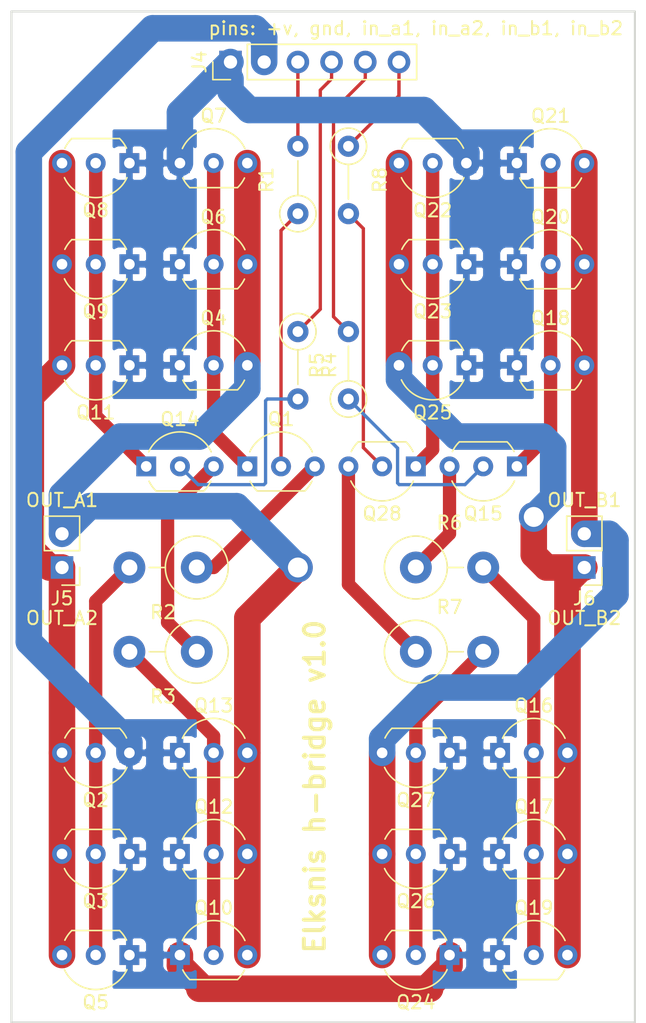
<source format=kicad_pcb>
(kicad_pcb (version 20171130) (host pcbnew 5.0.1-33cea8e~68~ubuntu18.04.1)

  (general
    (thickness 1.6)
    (drawings 10)
    (tracks 145)
    (zones 0)
    (modules 39)
    (nets 27)
  )

  (page A4)
  (layers
    (0 F.Cu signal)
    (31 B.Cu signal)
    (32 B.Adhes user)
    (33 F.Adhes user)
    (34 B.Paste user)
    (35 F.Paste user)
    (36 B.SilkS user)
    (37 F.SilkS user)
    (38 B.Mask user)
    (39 F.Mask user)
    (40 Dwgs.User user)
    (41 Cmts.User user)
    (42 Eco1.User user)
    (43 Eco2.User user)
    (44 Edge.Cuts user)
    (45 Margin user)
    (46 B.CrtYd user)
    (47 F.CrtYd user)
    (48 B.Fab user)
    (49 F.Fab user)
  )

  (setup
    (last_trace_width 0.25)
    (trace_clearance 0.2)
    (zone_clearance 0.508)
    (zone_45_only no)
    (trace_min 0.2)
    (segment_width 0.2)
    (edge_width 0.15)
    (via_size 0.8)
    (via_drill 0.4)
    (via_min_size 0.4)
    (via_min_drill 0.3)
    (uvia_size 0.3)
    (uvia_drill 0.1)
    (uvias_allowed no)
    (uvia_min_size 0.2)
    (uvia_min_drill 0.1)
    (pcb_text_width 0.3)
    (pcb_text_size 1.5 1.5)
    (mod_edge_width 0.15)
    (mod_text_size 1 1)
    (mod_text_width 0.15)
    (pad_size 1.524 1.524)
    (pad_drill 0.762)
    (pad_to_mask_clearance 0.051)
    (solder_mask_min_width 0.25)
    (aux_axis_origin 0 0)
    (visible_elements FFFDFF7F)
    (pcbplotparams
      (layerselection 0x3d0fc_ffffffff)
      (usegerberextensions false)
      (usegerberattributes false)
      (usegerberadvancedattributes false)
      (creategerberjobfile false)
      (excludeedgelayer true)
      (linewidth 0.100000)
      (plotframeref false)
      (viasonmask false)
      (mode 1)
      (useauxorigin false)
      (hpglpennumber 1)
      (hpglpenspeed 20)
      (hpglpendiameter 15.000000)
      (psnegative false)
      (psa4output false)
      (plotreference true)
      (plotvalue true)
      (plotinvisibletext false)
      (padsonsilk false)
      (subtractmaskfromsilk false)
      (outputformat 1)
      (mirror false)
      (drillshape 0)
      (scaleselection 1)
      (outputdirectory ""))
  )

  (net 0 "")
  (net 1 "Net-(Q28-Pad3)")
  (net 2 "Net-(Q24-Pad2)")
  (net 3 "Net-(Q16-Pad2)")
  (net 4 "Net-(Q15-Pad3)")
  (net 5 "Net-(Q15-Pad2)")
  (net 6 IN_B1)
  (net 7 "Net-(Q14-Pad2)")
  (net 8 IN_A2)
  (net 9 "Net-(Q14-Pad3)")
  (net 10 "Net-(Q10-Pad2)")
  (net 11 "Net-(Q2-Pad2)")
  (net 12 "Net-(Q1-Pad3)")
  (net 13 "Net-(Q1-Pad2)")
  (net 14 IN_A1)
  (net 15 "Net-(Q28-Pad2)")
  (net 16 IN_B2)
  (net 17 OUT_A1)
  (net 18 GND)
  (net 19 +12V)
  (net 20 OUT_B2)
  (net 21 "Net-(Q15-Pad1)")
  (net 22 "Net-(Q1-Pad1)")
  (net 23 OUT_A2)
  (net 24 "Net-(Q11-Pad2)")
  (net 25 OUT_B1)
  (net 26 "Net-(Q22-Pad2)")

  (net_class Default "This is the default net class."
    (clearance 0.2)
    (trace_width 0.25)
    (via_dia 0.8)
    (via_drill 0.4)
    (uvia_dia 0.3)
    (uvia_drill 0.1)
    (add_net IN_A1)
    (add_net IN_A2)
    (add_net IN_B1)
    (add_net IN_B2)
    (add_net "Net-(Q1-Pad2)")
    (add_net "Net-(Q14-Pad2)")
    (add_net "Net-(Q15-Pad2)")
    (add_net "Net-(Q28-Pad2)")
  )

  (net_class Drive_current ""
    (clearance 0.5)
    (trace_width 1)
    (via_dia 1.5)
    (via_drill 1.25)
    (uvia_dia 1)
    (uvia_drill 0.75)
    (diff_pair_gap 1)
    (diff_pair_width 1)
    (add_net "Net-(Q1-Pad1)")
    (add_net "Net-(Q1-Pad3)")
    (add_net "Net-(Q10-Pad2)")
    (add_net "Net-(Q11-Pad2)")
    (add_net "Net-(Q14-Pad3)")
    (add_net "Net-(Q15-Pad1)")
    (add_net "Net-(Q15-Pad3)")
    (add_net "Net-(Q16-Pad2)")
    (add_net "Net-(Q2-Pad2)")
    (add_net "Net-(Q22-Pad2)")
    (add_net "Net-(Q24-Pad2)")
    (add_net "Net-(Q28-Pad3)")
  )

  (net_class Power ""
    (clearance 0.5)
    (trace_width 2)
    (via_dia 2.25)
    (via_drill 1.5)
    (uvia_dia 1)
    (uvia_drill 0.75)
    (diff_pair_gap 1)
    (diff_pair_width 1)
    (add_net +12V)
    (add_net GND)
    (add_net OUT_A1)
    (add_net OUT_A2)
    (add_net OUT_B1)
    (add_net OUT_B2)
  )

  (module Connector_PinHeader_2.54mm:PinHeader_1x02_P2.54mm_Vertical (layer F.Cu) (tedit 59FED5CC) (tstamp 5BF4E17E)
    (at 105.41 118.11 180)
    (descr "Through hole straight pin header, 1x02, 2.54mm pitch, single row")
    (tags "Through hole pin header THT 1x02 2.54mm single row")
    (path /5BF5868D)
    (fp_text reference J5 (at 0 -2.33 180) (layer F.SilkS)
      (effects (font (size 1 1) (thickness 0.15)))
    )
    (fp_text value Conn_01x02 (at 0 4.87 180) (layer F.Fab)
      (effects (font (size 1 1) (thickness 0.15)))
    )
    (fp_text user %R (at 0 1.27 270) (layer F.Fab)
      (effects (font (size 1 1) (thickness 0.15)))
    )
    (fp_line (start 1.8 -1.8) (end -1.8 -1.8) (layer F.CrtYd) (width 0.05))
    (fp_line (start 1.8 4.35) (end 1.8 -1.8) (layer F.CrtYd) (width 0.05))
    (fp_line (start -1.8 4.35) (end 1.8 4.35) (layer F.CrtYd) (width 0.05))
    (fp_line (start -1.8 -1.8) (end -1.8 4.35) (layer F.CrtYd) (width 0.05))
    (fp_line (start -1.33 -1.33) (end 0 -1.33) (layer F.SilkS) (width 0.12))
    (fp_line (start -1.33 0) (end -1.33 -1.33) (layer F.SilkS) (width 0.12))
    (fp_line (start -1.33 1.27) (end 1.33 1.27) (layer F.SilkS) (width 0.12))
    (fp_line (start 1.33 1.27) (end 1.33 3.87) (layer F.SilkS) (width 0.12))
    (fp_line (start -1.33 1.27) (end -1.33 3.87) (layer F.SilkS) (width 0.12))
    (fp_line (start -1.33 3.87) (end 1.33 3.87) (layer F.SilkS) (width 0.12))
    (fp_line (start -1.27 -0.635) (end -0.635 -1.27) (layer F.Fab) (width 0.1))
    (fp_line (start -1.27 3.81) (end -1.27 -0.635) (layer F.Fab) (width 0.1))
    (fp_line (start 1.27 3.81) (end -1.27 3.81) (layer F.Fab) (width 0.1))
    (fp_line (start 1.27 -1.27) (end 1.27 3.81) (layer F.Fab) (width 0.1))
    (fp_line (start -0.635 -1.27) (end 1.27 -1.27) (layer F.Fab) (width 0.1))
    (pad 2 thru_hole oval (at 0 2.54 180) (size 1.7 1.7) (drill 1) (layers *.Cu *.Mask)
      (net 23 OUT_A2))
    (pad 1 thru_hole rect (at 0 0 180) (size 1.7 1.7) (drill 1) (layers *.Cu *.Mask)
      (net 17 OUT_A1))
    (model ${KISYS3DMOD}/Connector_PinHeader_2.54mm.3dshapes/PinHeader_1x02_P2.54mm_Vertical.wrl
      (at (xyz 0 0 0))
      (scale (xyz 1 1 1))
      (rotate (xyz 0 0 0))
    )
  )

  (module Connector_PinHeader_2.54mm:PinHeader_1x02_P2.54mm_Vertical (layer F.Cu) (tedit 59FED5CC) (tstamp 5BF4E168)
    (at 144.78 118.11 180)
    (descr "Through hole straight pin header, 1x02, 2.54mm pitch, single row")
    (tags "Through hole pin header THT 1x02 2.54mm single row")
    (path /5BF58767)
    (fp_text reference J6 (at 0 -2.33 180) (layer F.SilkS)
      (effects (font (size 1 1) (thickness 0.15)))
    )
    (fp_text value Conn_01x02 (at 0 4.87 180) (layer F.Fab)
      (effects (font (size 1 1) (thickness 0.15)))
    )
    (fp_line (start -0.635 -1.27) (end 1.27 -1.27) (layer F.Fab) (width 0.1))
    (fp_line (start 1.27 -1.27) (end 1.27 3.81) (layer F.Fab) (width 0.1))
    (fp_line (start 1.27 3.81) (end -1.27 3.81) (layer F.Fab) (width 0.1))
    (fp_line (start -1.27 3.81) (end -1.27 -0.635) (layer F.Fab) (width 0.1))
    (fp_line (start -1.27 -0.635) (end -0.635 -1.27) (layer F.Fab) (width 0.1))
    (fp_line (start -1.33 3.87) (end 1.33 3.87) (layer F.SilkS) (width 0.12))
    (fp_line (start -1.33 1.27) (end -1.33 3.87) (layer F.SilkS) (width 0.12))
    (fp_line (start 1.33 1.27) (end 1.33 3.87) (layer F.SilkS) (width 0.12))
    (fp_line (start -1.33 1.27) (end 1.33 1.27) (layer F.SilkS) (width 0.12))
    (fp_line (start -1.33 0) (end -1.33 -1.33) (layer F.SilkS) (width 0.12))
    (fp_line (start -1.33 -1.33) (end 0 -1.33) (layer F.SilkS) (width 0.12))
    (fp_line (start -1.8 -1.8) (end -1.8 4.35) (layer F.CrtYd) (width 0.05))
    (fp_line (start -1.8 4.35) (end 1.8 4.35) (layer F.CrtYd) (width 0.05))
    (fp_line (start 1.8 4.35) (end 1.8 -1.8) (layer F.CrtYd) (width 0.05))
    (fp_line (start 1.8 -1.8) (end -1.8 -1.8) (layer F.CrtYd) (width 0.05))
    (fp_text user %R (at 0 1.27 270) (layer F.Fab)
      (effects (font (size 1 1) (thickness 0.15)))
    )
    (pad 1 thru_hole rect (at 0 0 180) (size 1.7 1.7) (drill 1) (layers *.Cu *.Mask)
      (net 25 OUT_B1))
    (pad 2 thru_hole oval (at 0 2.54 180) (size 1.7 1.7) (drill 1) (layers *.Cu *.Mask)
      (net 20 OUT_B2))
    (model ${KISYS3DMOD}/Connector_PinHeader_2.54mm.3dshapes/PinHeader_1x02_P2.54mm_Vertical.wrl
      (at (xyz 0 0 0))
      (scale (xyz 1 1 1))
      (rotate (xyz 0 0 0))
    )
  )

  (module Connector_PinHeader_2.54mm:PinHeader_1x06_P2.54mm_Vertical (layer F.Cu) (tedit 59FED5CC) (tstamp 5BF4E152)
    (at 118.11 80.01 90)
    (descr "Through hole straight pin header, 1x06, 2.54mm pitch, single row")
    (tags "Through hole pin header THT 1x06 2.54mm single row")
    (path /5BEEE258)
    (fp_text reference J4 (at 0 -2.33 90) (layer F.SilkS)
      (effects (font (size 1 1) (thickness 0.15)))
    )
    (fp_text value Conn_01x06 (at 0 15.03 90) (layer F.Fab)
      (effects (font (size 1 1) (thickness 0.15)))
    )
    (fp_line (start -0.635 -1.27) (end 1.27 -1.27) (layer F.Fab) (width 0.1))
    (fp_line (start 1.27 -1.27) (end 1.27 13.97) (layer F.Fab) (width 0.1))
    (fp_line (start 1.27 13.97) (end -1.27 13.97) (layer F.Fab) (width 0.1))
    (fp_line (start -1.27 13.97) (end -1.27 -0.635) (layer F.Fab) (width 0.1))
    (fp_line (start -1.27 -0.635) (end -0.635 -1.27) (layer F.Fab) (width 0.1))
    (fp_line (start -1.33 14.03) (end 1.33 14.03) (layer F.SilkS) (width 0.12))
    (fp_line (start -1.33 1.27) (end -1.33 14.03) (layer F.SilkS) (width 0.12))
    (fp_line (start 1.33 1.27) (end 1.33 14.03) (layer F.SilkS) (width 0.12))
    (fp_line (start -1.33 1.27) (end 1.33 1.27) (layer F.SilkS) (width 0.12))
    (fp_line (start -1.33 0) (end -1.33 -1.33) (layer F.SilkS) (width 0.12))
    (fp_line (start -1.33 -1.33) (end 0 -1.33) (layer F.SilkS) (width 0.12))
    (fp_line (start -1.8 -1.8) (end -1.8 14.5) (layer F.CrtYd) (width 0.05))
    (fp_line (start -1.8 14.5) (end 1.8 14.5) (layer F.CrtYd) (width 0.05))
    (fp_line (start 1.8 14.5) (end 1.8 -1.8) (layer F.CrtYd) (width 0.05))
    (fp_line (start 1.8 -1.8) (end -1.8 -1.8) (layer F.CrtYd) (width 0.05))
    (fp_text user %R (at 0 6.35 180) (layer F.Fab)
      (effects (font (size 1 1) (thickness 0.15)))
    )
    (pad 1 thru_hole rect (at 0 0 90) (size 1.7 1.7) (drill 1) (layers *.Cu *.Mask)
      (net 19 +12V))
    (pad 2 thru_hole oval (at 0 2.54 90) (size 1.7 1.7) (drill 1) (layers *.Cu *.Mask)
      (net 18 GND))
    (pad 3 thru_hole oval (at 0 5.08 90) (size 1.7 1.7) (drill 1) (layers *.Cu *.Mask)
      (net 14 IN_A1))
    (pad 4 thru_hole oval (at 0 7.62 90) (size 1.7 1.7) (drill 1) (layers *.Cu *.Mask)
      (net 8 IN_A2))
    (pad 5 thru_hole oval (at 0 10.16 90) (size 1.7 1.7) (drill 1) (layers *.Cu *.Mask)
      (net 6 IN_B1))
    (pad 6 thru_hole oval (at 0 12.7 90) (size 1.7 1.7) (drill 1) (layers *.Cu *.Mask)
      (net 16 IN_B2))
    (model ${KISYS3DMOD}/Connector_PinHeader_2.54mm.3dshapes/PinHeader_1x06_P2.54mm_Vertical.wrl
      (at (xyz 0 0 0))
      (scale (xyz 1 1 1))
      (rotate (xyz 0 0 0))
    )
  )

  (module Resistor_THT:R_Axial_DIN0207_L6.3mm_D2.5mm_P5.08mm_Vertical (layer F.Cu) (tedit 5AE5139B) (tstamp 5BF46D92)
    (at 123.19 91.44 90)
    (descr "Resistor, Axial_DIN0207 series, Axial, Vertical, pin pitch=5.08mm, 0.25W = 1/4W, length*diameter=6.3*2.5mm^2, http://cdn-reichelt.de/documents/datenblatt/B400/1_4W%23YAG.pdf")
    (tags "Resistor Axial_DIN0207 series Axial Vertical pin pitch 5.08mm 0.25W = 1/4W length 6.3mm diameter 2.5mm")
    (path /5BE753AB)
    (fp_text reference R1 (at 2.54 -2.37 90) (layer F.SilkS)
      (effects (font (size 1 1) (thickness 0.15)))
    )
    (fp_text value 2k2 (at 2.54 2.37 90) (layer F.Fab)
      (effects (font (size 1 1) (thickness 0.15)))
    )
    (fp_text user %R (at 2.54 -2.37 90) (layer F.Fab)
      (effects (font (size 1 1) (thickness 0.15)))
    )
    (fp_line (start 6.13 -1.5) (end -1.5 -1.5) (layer F.CrtYd) (width 0.05))
    (fp_line (start 6.13 1.5) (end 6.13 -1.5) (layer F.CrtYd) (width 0.05))
    (fp_line (start -1.5 1.5) (end 6.13 1.5) (layer F.CrtYd) (width 0.05))
    (fp_line (start -1.5 -1.5) (end -1.5 1.5) (layer F.CrtYd) (width 0.05))
    (fp_line (start 1.37 0) (end 3.98 0) (layer F.SilkS) (width 0.12))
    (fp_line (start 0 0) (end 5.08 0) (layer F.Fab) (width 0.1))
    (fp_circle (center 0 0) (end 1.37 0) (layer F.SilkS) (width 0.12))
    (fp_circle (center 0 0) (end 1.25 0) (layer F.Fab) (width 0.1))
    (pad 2 thru_hole oval (at 5.08 0 90) (size 1.6 1.6) (drill 0.8) (layers *.Cu *.Mask)
      (net 14 IN_A1))
    (pad 1 thru_hole circle (at 0 0 90) (size 1.6 1.6) (drill 0.8) (layers *.Cu *.Mask)
      (net 13 "Net-(Q1-Pad2)"))
    (model ${KISYS3DMOD}/Resistor_THT.3dshapes/R_Axial_DIN0207_L6.3mm_D2.5mm_P5.08mm_Vertical.wrl
      (at (xyz 0 0 0))
      (scale (xyz 1 1 1))
      (rotate (xyz 0 0 0))
    )
  )

  (module Resistor_THT:R_Axial_DIN0207_L6.3mm_D2.5mm_P5.08mm_Vertical (layer F.Cu) (tedit 5AE5139B) (tstamp 5BF46D84)
    (at 123.19 100.33 270)
    (descr "Resistor, Axial_DIN0207 series, Axial, Vertical, pin pitch=5.08mm, 0.25W = 1/4W, length*diameter=6.3*2.5mm^2, http://cdn-reichelt.de/documents/datenblatt/B400/1_4W%23YAG.pdf")
    (tags "Resistor Axial_DIN0207 series Axial Vertical pin pitch 5.08mm 0.25W = 1/4W length 6.3mm diameter 2.5mm")
    (path /5BE75442)
    (fp_text reference R4 (at 2.54 -2.37 270) (layer F.SilkS)
      (effects (font (size 1 1) (thickness 0.15)))
    )
    (fp_text value 2k2 (at 2.54 2.37 270) (layer F.Fab)
      (effects (font (size 1 1) (thickness 0.15)))
    )
    (fp_circle (center 0 0) (end 1.25 0) (layer F.Fab) (width 0.1))
    (fp_circle (center 0 0) (end 1.37 0) (layer F.SilkS) (width 0.12))
    (fp_line (start 0 0) (end 5.08 0) (layer F.Fab) (width 0.1))
    (fp_line (start 1.37 0) (end 3.98 0) (layer F.SilkS) (width 0.12))
    (fp_line (start -1.5 -1.5) (end -1.5 1.5) (layer F.CrtYd) (width 0.05))
    (fp_line (start -1.5 1.5) (end 6.13 1.5) (layer F.CrtYd) (width 0.05))
    (fp_line (start 6.13 1.5) (end 6.13 -1.5) (layer F.CrtYd) (width 0.05))
    (fp_line (start 6.13 -1.5) (end -1.5 -1.5) (layer F.CrtYd) (width 0.05))
    (fp_text user %R (at 2.54 -2.37 270) (layer F.Fab)
      (effects (font (size 1 1) (thickness 0.15)))
    )
    (pad 1 thru_hole circle (at 0 0 270) (size 1.6 1.6) (drill 0.8) (layers *.Cu *.Mask)
      (net 8 IN_A2))
    (pad 2 thru_hole oval (at 5.08 0 270) (size 1.6 1.6) (drill 0.8) (layers *.Cu *.Mask)
      (net 7 "Net-(Q14-Pad2)"))
    (model ${KISYS3DMOD}/Resistor_THT.3dshapes/R_Axial_DIN0207_L6.3mm_D2.5mm_P5.08mm_Vertical.wrl
      (at (xyz 0 0 0))
      (scale (xyz 1 1 1))
      (rotate (xyz 0 0 0))
    )
  )

  (module Resistor_THT:R_Axial_DIN0207_L6.3mm_D2.5mm_P5.08mm_Vertical (layer F.Cu) (tedit 5AE5139B) (tstamp 5BF46D76)
    (at 127 105.41 90)
    (descr "Resistor, Axial_DIN0207 series, Axial, Vertical, pin pitch=5.08mm, 0.25W = 1/4W, length*diameter=6.3*2.5mm^2, http://cdn-reichelt.de/documents/datenblatt/B400/1_4W%23YAG.pdf")
    (tags "Resistor Axial_DIN0207 series Axial Vertical pin pitch 5.08mm 0.25W = 1/4W length 6.3mm diameter 2.5mm")
    (path /5BE9C432)
    (fp_text reference R5 (at 2.54 -2.37 90) (layer F.SilkS)
      (effects (font (size 1 1) (thickness 0.15)))
    )
    (fp_text value 2k2 (at 2.54 2.37 90) (layer F.Fab)
      (effects (font (size 1 1) (thickness 0.15)))
    )
    (fp_text user %R (at 2.54 -2.37 90) (layer F.Fab)
      (effects (font (size 1 1) (thickness 0.15)))
    )
    (fp_line (start 6.13 -1.5) (end -1.5 -1.5) (layer F.CrtYd) (width 0.05))
    (fp_line (start 6.13 1.5) (end 6.13 -1.5) (layer F.CrtYd) (width 0.05))
    (fp_line (start -1.5 1.5) (end 6.13 1.5) (layer F.CrtYd) (width 0.05))
    (fp_line (start -1.5 -1.5) (end -1.5 1.5) (layer F.CrtYd) (width 0.05))
    (fp_line (start 1.37 0) (end 3.98 0) (layer F.SilkS) (width 0.12))
    (fp_line (start 0 0) (end 5.08 0) (layer F.Fab) (width 0.1))
    (fp_circle (center 0 0) (end 1.37 0) (layer F.SilkS) (width 0.12))
    (fp_circle (center 0 0) (end 1.25 0) (layer F.Fab) (width 0.1))
    (pad 2 thru_hole oval (at 5.08 0 90) (size 1.6 1.6) (drill 0.8) (layers *.Cu *.Mask)
      (net 6 IN_B1))
    (pad 1 thru_hole circle (at 0 0 90) (size 1.6 1.6) (drill 0.8) (layers *.Cu *.Mask)
      (net 5 "Net-(Q15-Pad2)"))
    (model ${KISYS3DMOD}/Resistor_THT.3dshapes/R_Axial_DIN0207_L6.3mm_D2.5mm_P5.08mm_Vertical.wrl
      (at (xyz 0 0 0))
      (scale (xyz 1 1 1))
      (rotate (xyz 0 0 0))
    )
  )

  (module Resistor_THT:R_Axial_DIN0207_L6.3mm_D2.5mm_P5.08mm_Vertical (layer F.Cu) (tedit 5AE5139B) (tstamp 5BF46D68)
    (at 127 86.36 270)
    (descr "Resistor, Axial_DIN0207 series, Axial, Vertical, pin pitch=5.08mm, 0.25W = 1/4W, length*diameter=6.3*2.5mm^2, http://cdn-reichelt.de/documents/datenblatt/B400/1_4W%23YAG.pdf")
    (tags "Resistor Axial_DIN0207 series Axial Vertical pin pitch 5.08mm 0.25W = 1/4W length 6.3mm diameter 2.5mm")
    (path /5BE9C439)
    (fp_text reference R8 (at 2.54 -2.37 270) (layer F.SilkS)
      (effects (font (size 1 1) (thickness 0.15)))
    )
    (fp_text value 2k2 (at 2.54 2.37 270) (layer F.Fab)
      (effects (font (size 1 1) (thickness 0.15)))
    )
    (fp_circle (center 0 0) (end 1.25 0) (layer F.Fab) (width 0.1))
    (fp_circle (center 0 0) (end 1.37 0) (layer F.SilkS) (width 0.12))
    (fp_line (start 0 0) (end 5.08 0) (layer F.Fab) (width 0.1))
    (fp_line (start 1.37 0) (end 3.98 0) (layer F.SilkS) (width 0.12))
    (fp_line (start -1.5 -1.5) (end -1.5 1.5) (layer F.CrtYd) (width 0.05))
    (fp_line (start -1.5 1.5) (end 6.13 1.5) (layer F.CrtYd) (width 0.05))
    (fp_line (start 6.13 1.5) (end 6.13 -1.5) (layer F.CrtYd) (width 0.05))
    (fp_line (start 6.13 -1.5) (end -1.5 -1.5) (layer F.CrtYd) (width 0.05))
    (fp_text user %R (at 2.54 -2.37 270) (layer F.Fab)
      (effects (font (size 1 1) (thickness 0.15)))
    )
    (pad 1 thru_hole circle (at 0 0 270) (size 1.6 1.6) (drill 0.8) (layers *.Cu *.Mask)
      (net 16 IN_B2))
    (pad 2 thru_hole oval (at 5.08 0 270) (size 1.6 1.6) (drill 0.8) (layers *.Cu *.Mask)
      (net 15 "Net-(Q28-Pad2)"))
    (model ${KISYS3DMOD}/Resistor_THT.3dshapes/R_Axial_DIN0207_L6.3mm_D2.5mm_P5.08mm_Vertical.wrl
      (at (xyz 0 0 0))
      (scale (xyz 1 1 1))
      (rotate (xyz 0 0 0))
    )
  )

  (module Package_TO_SOT_THT:TO-92_Inline_Wide (layer F.Cu) (tedit 5A02FF81) (tstamp 5BF3E74D)
    (at 139.7 95.25)
    (descr "TO-92 leads in-line, wide, drill 0.75mm (see NXP sot054_po.pdf)")
    (tags "to-92 sc-43 sc-43a sot54 PA33 transistor")
    (path /5BE9C488)
    (fp_text reference Q20 (at 2.54 -3.56) (layer F.SilkS)
      (effects (font (size 1 1) (thickness 0.15)))
    )
    (fp_text value SS8550 (at 2.54 2.79) (layer F.Fab)
      (effects (font (size 1 1) (thickness 0.15)))
    )
    (fp_arc (start 2.54 0) (end 4.34 1.85) (angle -20) (layer F.SilkS) (width 0.12))
    (fp_arc (start 2.54 0) (end 2.54 -2.48) (angle -135) (layer F.Fab) (width 0.1))
    (fp_arc (start 2.54 0) (end 2.54 -2.48) (angle 135) (layer F.Fab) (width 0.1))
    (fp_arc (start 2.54 0) (end 2.54 -2.6) (angle 65) (layer F.SilkS) (width 0.12))
    (fp_arc (start 2.54 0) (end 2.54 -2.6) (angle -65) (layer F.SilkS) (width 0.12))
    (fp_arc (start 2.54 0) (end 0.74 1.85) (angle 20) (layer F.SilkS) (width 0.12))
    (fp_line (start 6.09 2.01) (end -1.01 2.01) (layer F.CrtYd) (width 0.05))
    (fp_line (start 6.09 2.01) (end 6.09 -2.73) (layer F.CrtYd) (width 0.05))
    (fp_line (start -1.01 -2.73) (end -1.01 2.01) (layer F.CrtYd) (width 0.05))
    (fp_line (start -1.01 -2.73) (end 6.09 -2.73) (layer F.CrtYd) (width 0.05))
    (fp_line (start 0.8 1.75) (end 4.3 1.75) (layer F.Fab) (width 0.1))
    (fp_line (start 0.74 1.85) (end 4.34 1.85) (layer F.SilkS) (width 0.12))
    (fp_text user %R (at 2.54 -3.56) (layer F.Fab)
      (effects (font (size 1 1) (thickness 0.15)))
    )
    (pad 1 thru_hole rect (at 0 0 90) (size 1.5 1.5) (drill 0.8) (layers *.Cu *.Mask)
      (net 19 +12V))
    (pad 3 thru_hole circle (at 5.08 0 90) (size 1.5 1.5) (drill 0.8) (layers *.Cu *.Mask)
      (net 20 OUT_B2))
    (pad 2 thru_hole circle (at 2.54 0 90) (size 1.5 1.5) (drill 0.8) (layers *.Cu *.Mask)
      (net 21 "Net-(Q15-Pad1)"))
    (model ${KISYS3DMOD}/Package_TO_SOT_THT.3dshapes/TO-92_Inline_Wide.wrl
      (at (xyz 0 0 0))
      (scale (xyz 1 1 1))
      (rotate (xyz 0 0 0))
    )
  )

  (module Package_TO_SOT_THT:TO-92_Inline_Wide (layer F.Cu) (tedit 5A02FF81) (tstamp 5BF3E739)
    (at 138.43 147.32)
    (descr "TO-92 leads in-line, wide, drill 0.75mm (see NXP sot054_po.pdf)")
    (tags "to-92 sc-43 sc-43a sot54 PA33 transistor")
    (path /5BE9C45C)
    (fp_text reference Q19 (at 2.54 -3.56) (layer F.SilkS)
      (effects (font (size 1 1) (thickness 0.15)))
    )
    (fp_text value SS8050DTA (at 2.54 2.79) (layer F.Fab)
      (effects (font (size 1 1) (thickness 0.15)))
    )
    (fp_text user %R (at 2.54 -3.56) (layer F.Fab)
      (effects (font (size 1 1) (thickness 0.15)))
    )
    (fp_line (start 0.74 1.85) (end 4.34 1.85) (layer F.SilkS) (width 0.12))
    (fp_line (start 0.8 1.75) (end 4.3 1.75) (layer F.Fab) (width 0.1))
    (fp_line (start -1.01 -2.73) (end 6.09 -2.73) (layer F.CrtYd) (width 0.05))
    (fp_line (start -1.01 -2.73) (end -1.01 2.01) (layer F.CrtYd) (width 0.05))
    (fp_line (start 6.09 2.01) (end 6.09 -2.73) (layer F.CrtYd) (width 0.05))
    (fp_line (start 6.09 2.01) (end -1.01 2.01) (layer F.CrtYd) (width 0.05))
    (fp_arc (start 2.54 0) (end 0.74 1.85) (angle 20) (layer F.SilkS) (width 0.12))
    (fp_arc (start 2.54 0) (end 2.54 -2.6) (angle -65) (layer F.SilkS) (width 0.12))
    (fp_arc (start 2.54 0) (end 2.54 -2.6) (angle 65) (layer F.SilkS) (width 0.12))
    (fp_arc (start 2.54 0) (end 2.54 -2.48) (angle 135) (layer F.Fab) (width 0.1))
    (fp_arc (start 2.54 0) (end 2.54 -2.48) (angle -135) (layer F.Fab) (width 0.1))
    (fp_arc (start 2.54 0) (end 4.34 1.85) (angle -20) (layer F.SilkS) (width 0.12))
    (pad 2 thru_hole circle (at 2.54 0 90) (size 1.5 1.5) (drill 0.8) (layers *.Cu *.Mask)
      (net 3 "Net-(Q16-Pad2)"))
    (pad 3 thru_hole circle (at 5.08 0 90) (size 1.5 1.5) (drill 0.8) (layers *.Cu *.Mask)
      (net 25 OUT_B1))
    (pad 1 thru_hole rect (at 0 0 90) (size 1.5 1.5) (drill 0.8) (layers *.Cu *.Mask)
      (net 18 GND))
    (model ${KISYS3DMOD}/Package_TO_SOT_THT.3dshapes/TO-92_Inline_Wide.wrl
      (at (xyz 0 0 0))
      (scale (xyz 1 1 1))
      (rotate (xyz 0 0 0))
    )
  )

  (module Package_TO_SOT_THT:TO-92_Inline_Wide (layer F.Cu) (tedit 5A02FF81) (tstamp 5BF3E725)
    (at 139.7 87.63)
    (descr "TO-92 leads in-line, wide, drill 0.75mm (see NXP sot054_po.pdf)")
    (tags "to-92 sc-43 sc-43a sot54 PA33 transistor")
    (path /5BE9C481)
    (fp_text reference Q21 (at 2.54 -3.56) (layer F.SilkS)
      (effects (font (size 1 1) (thickness 0.15)))
    )
    (fp_text value SS8550 (at 2.54 2.79) (layer F.Fab)
      (effects (font (size 1 1) (thickness 0.15)))
    )
    (fp_arc (start 2.54 0) (end 4.34 1.85) (angle -20) (layer F.SilkS) (width 0.12))
    (fp_arc (start 2.54 0) (end 2.54 -2.48) (angle -135) (layer F.Fab) (width 0.1))
    (fp_arc (start 2.54 0) (end 2.54 -2.48) (angle 135) (layer F.Fab) (width 0.1))
    (fp_arc (start 2.54 0) (end 2.54 -2.6) (angle 65) (layer F.SilkS) (width 0.12))
    (fp_arc (start 2.54 0) (end 2.54 -2.6) (angle -65) (layer F.SilkS) (width 0.12))
    (fp_arc (start 2.54 0) (end 0.74 1.85) (angle 20) (layer F.SilkS) (width 0.12))
    (fp_line (start 6.09 2.01) (end -1.01 2.01) (layer F.CrtYd) (width 0.05))
    (fp_line (start 6.09 2.01) (end 6.09 -2.73) (layer F.CrtYd) (width 0.05))
    (fp_line (start -1.01 -2.73) (end -1.01 2.01) (layer F.CrtYd) (width 0.05))
    (fp_line (start -1.01 -2.73) (end 6.09 -2.73) (layer F.CrtYd) (width 0.05))
    (fp_line (start 0.8 1.75) (end 4.3 1.75) (layer F.Fab) (width 0.1))
    (fp_line (start 0.74 1.85) (end 4.34 1.85) (layer F.SilkS) (width 0.12))
    (fp_text user %R (at 2.54 -3.56) (layer F.Fab)
      (effects (font (size 1 1) (thickness 0.15)))
    )
    (pad 1 thru_hole rect (at 0 0 90) (size 1.5 1.5) (drill 0.8) (layers *.Cu *.Mask)
      (net 19 +12V))
    (pad 3 thru_hole circle (at 5.08 0 90) (size 1.5 1.5) (drill 0.8) (layers *.Cu *.Mask)
      (net 20 OUT_B2))
    (pad 2 thru_hole circle (at 2.54 0 90) (size 1.5 1.5) (drill 0.8) (layers *.Cu *.Mask)
      (net 21 "Net-(Q15-Pad1)"))
    (model ${KISYS3DMOD}/Package_TO_SOT_THT.3dshapes/TO-92_Inline_Wide.wrl
      (at (xyz 0 0 0))
      (scale (xyz 1 1 1))
      (rotate (xyz 0 0 0))
    )
  )

  (module Package_TO_SOT_THT:TO-92_Inline_Wide (layer F.Cu) (tedit 5A02FF81) (tstamp 5BF3E711)
    (at 135.89 87.63 180)
    (descr "TO-92 leads in-line, wide, drill 0.75mm (see NXP sot054_po.pdf)")
    (tags "to-92 sc-43 sc-43a sot54 PA33 transistor")
    (path /5BE9C4B5)
    (fp_text reference Q22 (at 2.54 -3.56 180) (layer F.SilkS)
      (effects (font (size 1 1) (thickness 0.15)))
    )
    (fp_text value SS8550 (at 2.54 2.79 180) (layer F.Fab)
      (effects (font (size 1 1) (thickness 0.15)))
    )
    (fp_text user %R (at 2.54 -3.56 180) (layer F.Fab)
      (effects (font (size 1 1) (thickness 0.15)))
    )
    (fp_line (start 0.74 1.85) (end 4.34 1.85) (layer F.SilkS) (width 0.12))
    (fp_line (start 0.8 1.75) (end 4.3 1.75) (layer F.Fab) (width 0.1))
    (fp_line (start -1.01 -2.73) (end 6.09 -2.73) (layer F.CrtYd) (width 0.05))
    (fp_line (start -1.01 -2.73) (end -1.01 2.01) (layer F.CrtYd) (width 0.05))
    (fp_line (start 6.09 2.01) (end 6.09 -2.73) (layer F.CrtYd) (width 0.05))
    (fp_line (start 6.09 2.01) (end -1.01 2.01) (layer F.CrtYd) (width 0.05))
    (fp_arc (start 2.54 0) (end 0.74 1.85) (angle 20) (layer F.SilkS) (width 0.12))
    (fp_arc (start 2.54 0) (end 2.54 -2.6) (angle -65) (layer F.SilkS) (width 0.12))
    (fp_arc (start 2.54 0) (end 2.54 -2.6) (angle 65) (layer F.SilkS) (width 0.12))
    (fp_arc (start 2.54 0) (end 2.54 -2.48) (angle 135) (layer F.Fab) (width 0.1))
    (fp_arc (start 2.54 0) (end 2.54 -2.48) (angle -135) (layer F.Fab) (width 0.1))
    (fp_arc (start 2.54 0) (end 4.34 1.85) (angle -20) (layer F.SilkS) (width 0.12))
    (pad 2 thru_hole circle (at 2.54 0 270) (size 1.5 1.5) (drill 0.8) (layers *.Cu *.Mask)
      (net 26 "Net-(Q22-Pad2)"))
    (pad 3 thru_hole circle (at 5.08 0 270) (size 1.5 1.5) (drill 0.8) (layers *.Cu *.Mask)
      (net 25 OUT_B1))
    (pad 1 thru_hole rect (at 0 0 270) (size 1.5 1.5) (drill 0.8) (layers *.Cu *.Mask)
      (net 19 +12V))
    (model ${KISYS3DMOD}/Package_TO_SOT_THT.3dshapes/TO-92_Inline_Wide.wrl
      (at (xyz 0 0 0))
      (scale (xyz 1 1 1))
      (rotate (xyz 0 0 0))
    )
  )

  (module Package_TO_SOT_THT:TO-92_Inline_Wide (layer F.Cu) (tedit 5A02FF81) (tstamp 5BF3E6FD)
    (at 135.89 95.25 180)
    (descr "TO-92 leads in-line, wide, drill 0.75mm (see NXP sot054_po.pdf)")
    (tags "to-92 sc-43 sc-43a sot54 PA33 transistor")
    (path /5BE9C4BD)
    (fp_text reference Q23 (at 2.54 -3.56 180) (layer F.SilkS)
      (effects (font (size 1 1) (thickness 0.15)))
    )
    (fp_text value SS8550 (at 2.54 2.79 180) (layer F.Fab)
      (effects (font (size 1 1) (thickness 0.15)))
    )
    (fp_arc (start 2.54 0) (end 4.34 1.85) (angle -20) (layer F.SilkS) (width 0.12))
    (fp_arc (start 2.54 0) (end 2.54 -2.48) (angle -135) (layer F.Fab) (width 0.1))
    (fp_arc (start 2.54 0) (end 2.54 -2.48) (angle 135) (layer F.Fab) (width 0.1))
    (fp_arc (start 2.54 0) (end 2.54 -2.6) (angle 65) (layer F.SilkS) (width 0.12))
    (fp_arc (start 2.54 0) (end 2.54 -2.6) (angle -65) (layer F.SilkS) (width 0.12))
    (fp_arc (start 2.54 0) (end 0.74 1.85) (angle 20) (layer F.SilkS) (width 0.12))
    (fp_line (start 6.09 2.01) (end -1.01 2.01) (layer F.CrtYd) (width 0.05))
    (fp_line (start 6.09 2.01) (end 6.09 -2.73) (layer F.CrtYd) (width 0.05))
    (fp_line (start -1.01 -2.73) (end -1.01 2.01) (layer F.CrtYd) (width 0.05))
    (fp_line (start -1.01 -2.73) (end 6.09 -2.73) (layer F.CrtYd) (width 0.05))
    (fp_line (start 0.8 1.75) (end 4.3 1.75) (layer F.Fab) (width 0.1))
    (fp_line (start 0.74 1.85) (end 4.34 1.85) (layer F.SilkS) (width 0.12))
    (fp_text user %R (at 2.54 -3.56 180) (layer F.Fab)
      (effects (font (size 1 1) (thickness 0.15)))
    )
    (pad 1 thru_hole rect (at 0 0 270) (size 1.5 1.5) (drill 0.8) (layers *.Cu *.Mask)
      (net 19 +12V))
    (pad 3 thru_hole circle (at 5.08 0 270) (size 1.5 1.5) (drill 0.8) (layers *.Cu *.Mask)
      (net 25 OUT_B1))
    (pad 2 thru_hole circle (at 2.54 0 270) (size 1.5 1.5) (drill 0.8) (layers *.Cu *.Mask)
      (net 26 "Net-(Q22-Pad2)"))
    (model ${KISYS3DMOD}/Package_TO_SOT_THT.3dshapes/TO-92_Inline_Wide.wrl
      (at (xyz 0 0 0))
      (scale (xyz 1 1 1))
      (rotate (xyz 0 0 0))
    )
  )

  (module Package_TO_SOT_THT:TO-92_Inline_Wide (layer F.Cu) (tedit 5A02FF81) (tstamp 5BF3E6E9)
    (at 134.62 147.32 180)
    (descr "TO-92 leads in-line, wide, drill 0.75mm (see NXP sot054_po.pdf)")
    (tags "to-92 sc-43 sc-43a sot54 PA33 transistor")
    (path /5BE9C4EE)
    (fp_text reference Q24 (at 2.54 -3.56 180) (layer F.SilkS)
      (effects (font (size 1 1) (thickness 0.15)))
    )
    (fp_text value SS8050DTA (at 2.54 2.79 180) (layer F.Fab)
      (effects (font (size 1 1) (thickness 0.15)))
    )
    (fp_text user %R (at 2.54 -3.56 180) (layer F.Fab)
      (effects (font (size 1 1) (thickness 0.15)))
    )
    (fp_line (start 0.74 1.85) (end 4.34 1.85) (layer F.SilkS) (width 0.12))
    (fp_line (start 0.8 1.75) (end 4.3 1.75) (layer F.Fab) (width 0.1))
    (fp_line (start -1.01 -2.73) (end 6.09 -2.73) (layer F.CrtYd) (width 0.05))
    (fp_line (start -1.01 -2.73) (end -1.01 2.01) (layer F.CrtYd) (width 0.05))
    (fp_line (start 6.09 2.01) (end 6.09 -2.73) (layer F.CrtYd) (width 0.05))
    (fp_line (start 6.09 2.01) (end -1.01 2.01) (layer F.CrtYd) (width 0.05))
    (fp_arc (start 2.54 0) (end 0.74 1.85) (angle 20) (layer F.SilkS) (width 0.12))
    (fp_arc (start 2.54 0) (end 2.54 -2.6) (angle -65) (layer F.SilkS) (width 0.12))
    (fp_arc (start 2.54 0) (end 2.54 -2.6) (angle 65) (layer F.SilkS) (width 0.12))
    (fp_arc (start 2.54 0) (end 2.54 -2.48) (angle 135) (layer F.Fab) (width 0.1))
    (fp_arc (start 2.54 0) (end 2.54 -2.48) (angle -135) (layer F.Fab) (width 0.1))
    (fp_arc (start 2.54 0) (end 4.34 1.85) (angle -20) (layer F.SilkS) (width 0.12))
    (pad 2 thru_hole circle (at 2.54 0 270) (size 1.5 1.5) (drill 0.8) (layers *.Cu *.Mask)
      (net 2 "Net-(Q24-Pad2)"))
    (pad 3 thru_hole circle (at 5.08 0 270) (size 1.5 1.5) (drill 0.8) (layers *.Cu *.Mask)
      (net 20 OUT_B2))
    (pad 1 thru_hole rect (at 0 0 270) (size 1.5 1.5) (drill 0.8) (layers *.Cu *.Mask)
      (net 18 GND))
    (model ${KISYS3DMOD}/Package_TO_SOT_THT.3dshapes/TO-92_Inline_Wide.wrl
      (at (xyz 0 0 0))
      (scale (xyz 1 1 1))
      (rotate (xyz 0 0 0))
    )
  )

  (module Package_TO_SOT_THT:TO-92_Inline_Wide (layer F.Cu) (tedit 5A02FF81) (tstamp 5BF3E6D5)
    (at 135.89 102.87 180)
    (descr "TO-92 leads in-line, wide, drill 0.75mm (see NXP sot054_po.pdf)")
    (tags "to-92 sc-43 sc-43a sot54 PA33 transistor")
    (path /5BE9C4C4)
    (fp_text reference Q25 (at 2.54 -3.56 180) (layer F.SilkS)
      (effects (font (size 1 1) (thickness 0.15)))
    )
    (fp_text value SS8550 (at 2.54 2.79 180) (layer F.Fab)
      (effects (font (size 1 1) (thickness 0.15)))
    )
    (fp_arc (start 2.54 0) (end 4.34 1.85) (angle -20) (layer F.SilkS) (width 0.12))
    (fp_arc (start 2.54 0) (end 2.54 -2.48) (angle -135) (layer F.Fab) (width 0.1))
    (fp_arc (start 2.54 0) (end 2.54 -2.48) (angle 135) (layer F.Fab) (width 0.1))
    (fp_arc (start 2.54 0) (end 2.54 -2.6) (angle 65) (layer F.SilkS) (width 0.12))
    (fp_arc (start 2.54 0) (end 2.54 -2.6) (angle -65) (layer F.SilkS) (width 0.12))
    (fp_arc (start 2.54 0) (end 0.74 1.85) (angle 20) (layer F.SilkS) (width 0.12))
    (fp_line (start 6.09 2.01) (end -1.01 2.01) (layer F.CrtYd) (width 0.05))
    (fp_line (start 6.09 2.01) (end 6.09 -2.73) (layer F.CrtYd) (width 0.05))
    (fp_line (start -1.01 -2.73) (end -1.01 2.01) (layer F.CrtYd) (width 0.05))
    (fp_line (start -1.01 -2.73) (end 6.09 -2.73) (layer F.CrtYd) (width 0.05))
    (fp_line (start 0.8 1.75) (end 4.3 1.75) (layer F.Fab) (width 0.1))
    (fp_line (start 0.74 1.85) (end 4.34 1.85) (layer F.SilkS) (width 0.12))
    (fp_text user %R (at 2.54 -3.56 180) (layer F.Fab)
      (effects (font (size 1 1) (thickness 0.15)))
    )
    (pad 1 thru_hole rect (at 0 0 270) (size 1.5 1.5) (drill 0.8) (layers *.Cu *.Mask)
      (net 19 +12V))
    (pad 3 thru_hole circle (at 5.08 0 270) (size 1.5 1.5) (drill 0.8) (layers *.Cu *.Mask)
      (net 25 OUT_B1))
    (pad 2 thru_hole circle (at 2.54 0 270) (size 1.5 1.5) (drill 0.8) (layers *.Cu *.Mask)
      (net 26 "Net-(Q22-Pad2)"))
    (model ${KISYS3DMOD}/Package_TO_SOT_THT.3dshapes/TO-92_Inline_Wide.wrl
      (at (xyz 0 0 0))
      (scale (xyz 1 1 1))
      (rotate (xyz 0 0 0))
    )
  )

  (module Package_TO_SOT_THT:TO-92_Inline_Wide (layer F.Cu) (tedit 5A02FF81) (tstamp 5BF3E6C1)
    (at 134.62 139.7 180)
    (descr "TO-92 leads in-line, wide, drill 0.75mm (see NXP sot054_po.pdf)")
    (tags "to-92 sc-43 sc-43a sot54 PA33 transistor")
    (path /5BE9C4E7)
    (fp_text reference Q26 (at 2.54 -3.56 180) (layer F.SilkS)
      (effects (font (size 1 1) (thickness 0.15)))
    )
    (fp_text value SS8050DTA (at 2.54 2.79 180) (layer F.Fab)
      (effects (font (size 1 1) (thickness 0.15)))
    )
    (fp_text user %R (at 2.54 -3.56 180) (layer F.Fab)
      (effects (font (size 1 1) (thickness 0.15)))
    )
    (fp_line (start 0.74 1.85) (end 4.34 1.85) (layer F.SilkS) (width 0.12))
    (fp_line (start 0.8 1.75) (end 4.3 1.75) (layer F.Fab) (width 0.1))
    (fp_line (start -1.01 -2.73) (end 6.09 -2.73) (layer F.CrtYd) (width 0.05))
    (fp_line (start -1.01 -2.73) (end -1.01 2.01) (layer F.CrtYd) (width 0.05))
    (fp_line (start 6.09 2.01) (end 6.09 -2.73) (layer F.CrtYd) (width 0.05))
    (fp_line (start 6.09 2.01) (end -1.01 2.01) (layer F.CrtYd) (width 0.05))
    (fp_arc (start 2.54 0) (end 0.74 1.85) (angle 20) (layer F.SilkS) (width 0.12))
    (fp_arc (start 2.54 0) (end 2.54 -2.6) (angle -65) (layer F.SilkS) (width 0.12))
    (fp_arc (start 2.54 0) (end 2.54 -2.6) (angle 65) (layer F.SilkS) (width 0.12))
    (fp_arc (start 2.54 0) (end 2.54 -2.48) (angle 135) (layer F.Fab) (width 0.1))
    (fp_arc (start 2.54 0) (end 2.54 -2.48) (angle -135) (layer F.Fab) (width 0.1))
    (fp_arc (start 2.54 0) (end 4.34 1.85) (angle -20) (layer F.SilkS) (width 0.12))
    (pad 2 thru_hole circle (at 2.54 0 270) (size 1.5 1.5) (drill 0.8) (layers *.Cu *.Mask)
      (net 2 "Net-(Q24-Pad2)"))
    (pad 3 thru_hole circle (at 5.08 0 270) (size 1.5 1.5) (drill 0.8) (layers *.Cu *.Mask)
      (net 20 OUT_B2))
    (pad 1 thru_hole rect (at 0 0 270) (size 1.5 1.5) (drill 0.8) (layers *.Cu *.Mask)
      (net 18 GND))
    (model ${KISYS3DMOD}/Package_TO_SOT_THT.3dshapes/TO-92_Inline_Wide.wrl
      (at (xyz 0 0 0))
      (scale (xyz 1 1 1))
      (rotate (xyz 0 0 0))
    )
  )

  (module Package_TO_SOT_THT:TO-92_Inline_Wide (layer F.Cu) (tedit 5A02FF81) (tstamp 5BF3E6AD)
    (at 134.62 132.08 180)
    (descr "TO-92 leads in-line, wide, drill 0.75mm (see NXP sot054_po.pdf)")
    (tags "to-92 sc-43 sc-43a sot54 PA33 transistor")
    (path /5BE9C4E0)
    (fp_text reference Q27 (at 2.54 -3.56 180) (layer F.SilkS)
      (effects (font (size 1 1) (thickness 0.15)))
    )
    (fp_text value SS8050DTA (at 2.54 2.79 180) (layer F.Fab)
      (effects (font (size 1 1) (thickness 0.15)))
    )
    (fp_arc (start 2.54 0) (end 4.34 1.85) (angle -20) (layer F.SilkS) (width 0.12))
    (fp_arc (start 2.54 0) (end 2.54 -2.48) (angle -135) (layer F.Fab) (width 0.1))
    (fp_arc (start 2.54 0) (end 2.54 -2.48) (angle 135) (layer F.Fab) (width 0.1))
    (fp_arc (start 2.54 0) (end 2.54 -2.6) (angle 65) (layer F.SilkS) (width 0.12))
    (fp_arc (start 2.54 0) (end 2.54 -2.6) (angle -65) (layer F.SilkS) (width 0.12))
    (fp_arc (start 2.54 0) (end 0.74 1.85) (angle 20) (layer F.SilkS) (width 0.12))
    (fp_line (start 6.09 2.01) (end -1.01 2.01) (layer F.CrtYd) (width 0.05))
    (fp_line (start 6.09 2.01) (end 6.09 -2.73) (layer F.CrtYd) (width 0.05))
    (fp_line (start -1.01 -2.73) (end -1.01 2.01) (layer F.CrtYd) (width 0.05))
    (fp_line (start -1.01 -2.73) (end 6.09 -2.73) (layer F.CrtYd) (width 0.05))
    (fp_line (start 0.8 1.75) (end 4.3 1.75) (layer F.Fab) (width 0.1))
    (fp_line (start 0.74 1.85) (end 4.34 1.85) (layer F.SilkS) (width 0.12))
    (fp_text user %R (at 2.54 -3.56 180) (layer F.Fab)
      (effects (font (size 1 1) (thickness 0.15)))
    )
    (pad 1 thru_hole rect (at 0 0 270) (size 1.5 1.5) (drill 0.8) (layers *.Cu *.Mask)
      (net 18 GND))
    (pad 3 thru_hole circle (at 5.08 0 270) (size 1.5 1.5) (drill 0.8) (layers *.Cu *.Mask)
      (net 20 OUT_B2))
    (pad 2 thru_hole circle (at 2.54 0 270) (size 1.5 1.5) (drill 0.8) (layers *.Cu *.Mask)
      (net 2 "Net-(Q24-Pad2)"))
    (model ${KISYS3DMOD}/Package_TO_SOT_THT.3dshapes/TO-92_Inline_Wide.wrl
      (at (xyz 0 0 0))
      (scale (xyz 1 1 1))
      (rotate (xyz 0 0 0))
    )
  )

  (module Package_TO_SOT_THT:TO-92_Inline_Wide (layer F.Cu) (tedit 5A02FF81) (tstamp 5BF3E699)
    (at 132.08 110.49 180)
    (descr "TO-92 leads in-line, wide, drill 0.75mm (see NXP sot054_po.pdf)")
    (tags "to-92 sc-43 sc-43a sot54 PA33 transistor")
    (path /5BE9C429)
    (fp_text reference Q28 (at 2.54 -3.56 180) (layer F.SilkS)
      (effects (font (size 1 1) (thickness 0.15)))
    )
    (fp_text value BC337 (at 2.54 2.79 180) (layer F.Fab)
      (effects (font (size 1 1) (thickness 0.15)))
    )
    (fp_text user %R (at 2.54 -3.56 180) (layer F.Fab)
      (effects (font (size 1 1) (thickness 0.15)))
    )
    (fp_line (start 0.74 1.85) (end 4.34 1.85) (layer F.SilkS) (width 0.12))
    (fp_line (start 0.8 1.75) (end 4.3 1.75) (layer F.Fab) (width 0.1))
    (fp_line (start -1.01 -2.73) (end 6.09 -2.73) (layer F.CrtYd) (width 0.05))
    (fp_line (start -1.01 -2.73) (end -1.01 2.01) (layer F.CrtYd) (width 0.05))
    (fp_line (start 6.09 2.01) (end 6.09 -2.73) (layer F.CrtYd) (width 0.05))
    (fp_line (start 6.09 2.01) (end -1.01 2.01) (layer F.CrtYd) (width 0.05))
    (fp_arc (start 2.54 0) (end 0.74 1.85) (angle 20) (layer F.SilkS) (width 0.12))
    (fp_arc (start 2.54 0) (end 2.54 -2.6) (angle -65) (layer F.SilkS) (width 0.12))
    (fp_arc (start 2.54 0) (end 2.54 -2.6) (angle 65) (layer F.SilkS) (width 0.12))
    (fp_arc (start 2.54 0) (end 2.54 -2.48) (angle 135) (layer F.Fab) (width 0.1))
    (fp_arc (start 2.54 0) (end 2.54 -2.48) (angle -135) (layer F.Fab) (width 0.1))
    (fp_arc (start 2.54 0) (end 4.34 1.85) (angle -20) (layer F.SilkS) (width 0.12))
    (pad 2 thru_hole circle (at 2.54 0 270) (size 1.5 1.5) (drill 0.8) (layers *.Cu *.Mask)
      (net 15 "Net-(Q28-Pad2)"))
    (pad 3 thru_hole circle (at 5.08 0 270) (size 1.5 1.5) (drill 0.8) (layers *.Cu *.Mask)
      (net 1 "Net-(Q28-Pad3)"))
    (pad 1 thru_hole rect (at 0 0 270) (size 1.5 1.5) (drill 0.8) (layers *.Cu *.Mask)
      (net 26 "Net-(Q22-Pad2)"))
    (model ${KISYS3DMOD}/Package_TO_SOT_THT.3dshapes/TO-92_Inline_Wide.wrl
      (at (xyz 0 0 0))
      (scale (xyz 1 1 1))
      (rotate (xyz 0 0 0))
    )
  )

  (module Package_TO_SOT_THT:TO-92_Inline_Wide (layer F.Cu) (tedit 5A02FF81) (tstamp 5BF3E685)
    (at 114.3 147.32)
    (descr "TO-92 leads in-line, wide, drill 0.75mm (see NXP sot054_po.pdf)")
    (tags "to-92 sc-43 sc-43a sot54 PA33 transistor")
    (path /5BE89E1E)
    (fp_text reference Q10 (at 2.54 -3.56) (layer F.SilkS)
      (effects (font (size 1 1) (thickness 0.15)))
    )
    (fp_text value SS8050DTA (at 2.54 2.79) (layer F.Fab)
      (effects (font (size 1 1) (thickness 0.15)))
    )
    (fp_arc (start 2.54 0) (end 4.34 1.85) (angle -20) (layer F.SilkS) (width 0.12))
    (fp_arc (start 2.54 0) (end 2.54 -2.48) (angle -135) (layer F.Fab) (width 0.1))
    (fp_arc (start 2.54 0) (end 2.54 -2.48) (angle 135) (layer F.Fab) (width 0.1))
    (fp_arc (start 2.54 0) (end 2.54 -2.6) (angle 65) (layer F.SilkS) (width 0.12))
    (fp_arc (start 2.54 0) (end 2.54 -2.6) (angle -65) (layer F.SilkS) (width 0.12))
    (fp_arc (start 2.54 0) (end 0.74 1.85) (angle 20) (layer F.SilkS) (width 0.12))
    (fp_line (start 6.09 2.01) (end -1.01 2.01) (layer F.CrtYd) (width 0.05))
    (fp_line (start 6.09 2.01) (end 6.09 -2.73) (layer F.CrtYd) (width 0.05))
    (fp_line (start -1.01 -2.73) (end -1.01 2.01) (layer F.CrtYd) (width 0.05))
    (fp_line (start -1.01 -2.73) (end 6.09 -2.73) (layer F.CrtYd) (width 0.05))
    (fp_line (start 0.8 1.75) (end 4.3 1.75) (layer F.Fab) (width 0.1))
    (fp_line (start 0.74 1.85) (end 4.34 1.85) (layer F.SilkS) (width 0.12))
    (fp_text user %R (at 2.54 -3.56) (layer F.Fab)
      (effects (font (size 1 1) (thickness 0.15)))
    )
    (pad 1 thru_hole rect (at 0 0 90) (size 1.5 1.5) (drill 0.8) (layers *.Cu *.Mask)
      (net 18 GND))
    (pad 3 thru_hole circle (at 5.08 0 90) (size 1.5 1.5) (drill 0.8) (layers *.Cu *.Mask)
      (net 23 OUT_A2))
    (pad 2 thru_hole circle (at 2.54 0 90) (size 1.5 1.5) (drill 0.8) (layers *.Cu *.Mask)
      (net 10 "Net-(Q10-Pad2)"))
    (model ${KISYS3DMOD}/Package_TO_SOT_THT.3dshapes/TO-92_Inline_Wide.wrl
      (at (xyz 0 0 0))
      (scale (xyz 1 1 1))
      (rotate (xyz 0 0 0))
    )
  )

  (module Package_TO_SOT_THT:TO-92_Inline_Wide (layer F.Cu) (tedit 5A02FF81) (tstamp 5BF3E671)
    (at 110.49 132.08 180)
    (descr "TO-92 leads in-line, wide, drill 0.75mm (see NXP sot054_po.pdf)")
    (tags "to-92 sc-43 sc-43a sot54 PA33 transistor")
    (path /5BE75678)
    (fp_text reference Q2 (at 2.54 -3.56 180) (layer F.SilkS)
      (effects (font (size 1 1) (thickness 0.15)))
    )
    (fp_text value SS8050DTA (at 2.54 2.79 180) (layer F.Fab)
      (effects (font (size 1 1) (thickness 0.15)))
    )
    (fp_text user %R (at 2.54 -3.56 180) (layer F.Fab)
      (effects (font (size 1 1) (thickness 0.15)))
    )
    (fp_line (start 0.74 1.85) (end 4.34 1.85) (layer F.SilkS) (width 0.12))
    (fp_line (start 0.8 1.75) (end 4.3 1.75) (layer F.Fab) (width 0.1))
    (fp_line (start -1.01 -2.73) (end 6.09 -2.73) (layer F.CrtYd) (width 0.05))
    (fp_line (start -1.01 -2.73) (end -1.01 2.01) (layer F.CrtYd) (width 0.05))
    (fp_line (start 6.09 2.01) (end 6.09 -2.73) (layer F.CrtYd) (width 0.05))
    (fp_line (start 6.09 2.01) (end -1.01 2.01) (layer F.CrtYd) (width 0.05))
    (fp_arc (start 2.54 0) (end 0.74 1.85) (angle 20) (layer F.SilkS) (width 0.12))
    (fp_arc (start 2.54 0) (end 2.54 -2.6) (angle -65) (layer F.SilkS) (width 0.12))
    (fp_arc (start 2.54 0) (end 2.54 -2.6) (angle 65) (layer F.SilkS) (width 0.12))
    (fp_arc (start 2.54 0) (end 2.54 -2.48) (angle 135) (layer F.Fab) (width 0.1))
    (fp_arc (start 2.54 0) (end 2.54 -2.48) (angle -135) (layer F.Fab) (width 0.1))
    (fp_arc (start 2.54 0) (end 4.34 1.85) (angle -20) (layer F.SilkS) (width 0.12))
    (pad 2 thru_hole circle (at 2.54 0 270) (size 1.5 1.5) (drill 0.8) (layers *.Cu *.Mask)
      (net 11 "Net-(Q2-Pad2)"))
    (pad 3 thru_hole circle (at 5.08 0 270) (size 1.5 1.5) (drill 0.8) (layers *.Cu *.Mask)
      (net 17 OUT_A1))
    (pad 1 thru_hole rect (at 0 0 270) (size 1.5 1.5) (drill 0.8) (layers *.Cu *.Mask)
      (net 18 GND))
    (model ${KISYS3DMOD}/Package_TO_SOT_THT.3dshapes/TO-92_Inline_Wide.wrl
      (at (xyz 0 0 0))
      (scale (xyz 1 1 1))
      (rotate (xyz 0 0 0))
    )
  )

  (module Package_TO_SOT_THT:TO-92_Inline_Wide (layer F.Cu) (tedit 5A02FF81) (tstamp 5BF3E65D)
    (at 110.49 139.7 180)
    (descr "TO-92 leads in-line, wide, drill 0.75mm (see NXP sot054_po.pdf)")
    (tags "to-92 sc-43 sc-43a sot54 PA33 transistor")
    (path /5BE758E5)
    (fp_text reference Q3 (at 2.54 -3.56 180) (layer F.SilkS)
      (effects (font (size 1 1) (thickness 0.15)))
    )
    (fp_text value SS8050DTA (at 2.54 2.79 180) (layer F.Fab)
      (effects (font (size 1 1) (thickness 0.15)))
    )
    (fp_arc (start 2.54 0) (end 4.34 1.85) (angle -20) (layer F.SilkS) (width 0.12))
    (fp_arc (start 2.54 0) (end 2.54 -2.48) (angle -135) (layer F.Fab) (width 0.1))
    (fp_arc (start 2.54 0) (end 2.54 -2.48) (angle 135) (layer F.Fab) (width 0.1))
    (fp_arc (start 2.54 0) (end 2.54 -2.6) (angle 65) (layer F.SilkS) (width 0.12))
    (fp_arc (start 2.54 0) (end 2.54 -2.6) (angle -65) (layer F.SilkS) (width 0.12))
    (fp_arc (start 2.54 0) (end 0.74 1.85) (angle 20) (layer F.SilkS) (width 0.12))
    (fp_line (start 6.09 2.01) (end -1.01 2.01) (layer F.CrtYd) (width 0.05))
    (fp_line (start 6.09 2.01) (end 6.09 -2.73) (layer F.CrtYd) (width 0.05))
    (fp_line (start -1.01 -2.73) (end -1.01 2.01) (layer F.CrtYd) (width 0.05))
    (fp_line (start -1.01 -2.73) (end 6.09 -2.73) (layer F.CrtYd) (width 0.05))
    (fp_line (start 0.8 1.75) (end 4.3 1.75) (layer F.Fab) (width 0.1))
    (fp_line (start 0.74 1.85) (end 4.34 1.85) (layer F.SilkS) (width 0.12))
    (fp_text user %R (at 2.54 -3.56 180) (layer F.Fab)
      (effects (font (size 1 1) (thickness 0.15)))
    )
    (pad 1 thru_hole rect (at 0 0 270) (size 1.5 1.5) (drill 0.8) (layers *.Cu *.Mask)
      (net 18 GND))
    (pad 3 thru_hole circle (at 5.08 0 270) (size 1.5 1.5) (drill 0.8) (layers *.Cu *.Mask)
      (net 17 OUT_A1))
    (pad 2 thru_hole circle (at 2.54 0 270) (size 1.5 1.5) (drill 0.8) (layers *.Cu *.Mask)
      (net 11 "Net-(Q2-Pad2)"))
    (model ${KISYS3DMOD}/Package_TO_SOT_THT.3dshapes/TO-92_Inline_Wide.wrl
      (at (xyz 0 0 0))
      (scale (xyz 1 1 1))
      (rotate (xyz 0 0 0))
    )
  )

  (module Package_TO_SOT_THT:TO-92_Inline_Wide (layer F.Cu) (tedit 5A02FF81) (tstamp 5BF3E649)
    (at 114.3 102.87)
    (descr "TO-92 leads in-line, wide, drill 0.75mm (see NXP sot054_po.pdf)")
    (tags "to-92 sc-43 sc-43a sot54 PA33 transistor")
    (path /5BE7750F)
    (fp_text reference Q4 (at 2.54 -3.56) (layer F.SilkS)
      (effects (font (size 1 1) (thickness 0.15)))
    )
    (fp_text value SS8550 (at 2.54 2.79) (layer F.Fab)
      (effects (font (size 1 1) (thickness 0.15)))
    )
    (fp_text user %R (at 2.54 -3.56) (layer F.Fab)
      (effects (font (size 1 1) (thickness 0.15)))
    )
    (fp_line (start 0.74 1.85) (end 4.34 1.85) (layer F.SilkS) (width 0.12))
    (fp_line (start 0.8 1.75) (end 4.3 1.75) (layer F.Fab) (width 0.1))
    (fp_line (start -1.01 -2.73) (end 6.09 -2.73) (layer F.CrtYd) (width 0.05))
    (fp_line (start -1.01 -2.73) (end -1.01 2.01) (layer F.CrtYd) (width 0.05))
    (fp_line (start 6.09 2.01) (end 6.09 -2.73) (layer F.CrtYd) (width 0.05))
    (fp_line (start 6.09 2.01) (end -1.01 2.01) (layer F.CrtYd) (width 0.05))
    (fp_arc (start 2.54 0) (end 0.74 1.85) (angle 20) (layer F.SilkS) (width 0.12))
    (fp_arc (start 2.54 0) (end 2.54 -2.6) (angle -65) (layer F.SilkS) (width 0.12))
    (fp_arc (start 2.54 0) (end 2.54 -2.6) (angle 65) (layer F.SilkS) (width 0.12))
    (fp_arc (start 2.54 0) (end 2.54 -2.48) (angle 135) (layer F.Fab) (width 0.1))
    (fp_arc (start 2.54 0) (end 2.54 -2.48) (angle -135) (layer F.Fab) (width 0.1))
    (fp_arc (start 2.54 0) (end 4.34 1.85) (angle -20) (layer F.SilkS) (width 0.12))
    (pad 2 thru_hole circle (at 2.54 0 90) (size 1.5 1.5) (drill 0.8) (layers *.Cu *.Mask)
      (net 22 "Net-(Q1-Pad1)"))
    (pad 3 thru_hole circle (at 5.08 0 90) (size 1.5 1.5) (drill 0.8) (layers *.Cu *.Mask)
      (net 23 OUT_A2))
    (pad 1 thru_hole rect (at 0 0 90) (size 1.5 1.5) (drill 0.8) (layers *.Cu *.Mask)
      (net 19 +12V))
    (model ${KISYS3DMOD}/Package_TO_SOT_THT.3dshapes/TO-92_Inline_Wide.wrl
      (at (xyz 0 0 0))
      (scale (xyz 1 1 1))
      (rotate (xyz 0 0 0))
    )
  )

  (module Package_TO_SOT_THT:TO-92_Inline_Wide (layer F.Cu) (tedit 5A02FF81) (tstamp 5BF3E635)
    (at 138.43 139.7)
    (descr "TO-92 leads in-line, wide, drill 0.75mm (see NXP sot054_po.pdf)")
    (tags "to-92 sc-43 sc-43a sot54 PA33 transistor")
    (path /5BE9C455)
    (fp_text reference Q17 (at 2.54 -3.56) (layer F.SilkS)
      (effects (font (size 1 1) (thickness 0.15)))
    )
    (fp_text value SS8050DTA (at 2.54 2.79) (layer F.Fab)
      (effects (font (size 1 1) (thickness 0.15)))
    )
    (fp_arc (start 2.54 0) (end 4.34 1.85) (angle -20) (layer F.SilkS) (width 0.12))
    (fp_arc (start 2.54 0) (end 2.54 -2.48) (angle -135) (layer F.Fab) (width 0.1))
    (fp_arc (start 2.54 0) (end 2.54 -2.48) (angle 135) (layer F.Fab) (width 0.1))
    (fp_arc (start 2.54 0) (end 2.54 -2.6) (angle 65) (layer F.SilkS) (width 0.12))
    (fp_arc (start 2.54 0) (end 2.54 -2.6) (angle -65) (layer F.SilkS) (width 0.12))
    (fp_arc (start 2.54 0) (end 0.74 1.85) (angle 20) (layer F.SilkS) (width 0.12))
    (fp_line (start 6.09 2.01) (end -1.01 2.01) (layer F.CrtYd) (width 0.05))
    (fp_line (start 6.09 2.01) (end 6.09 -2.73) (layer F.CrtYd) (width 0.05))
    (fp_line (start -1.01 -2.73) (end -1.01 2.01) (layer F.CrtYd) (width 0.05))
    (fp_line (start -1.01 -2.73) (end 6.09 -2.73) (layer F.CrtYd) (width 0.05))
    (fp_line (start 0.8 1.75) (end 4.3 1.75) (layer F.Fab) (width 0.1))
    (fp_line (start 0.74 1.85) (end 4.34 1.85) (layer F.SilkS) (width 0.12))
    (fp_text user %R (at 2.54 -3.56) (layer F.Fab)
      (effects (font (size 1 1) (thickness 0.15)))
    )
    (pad 1 thru_hole rect (at 0 0 90) (size 1.5 1.5) (drill 0.8) (layers *.Cu *.Mask)
      (net 18 GND))
    (pad 3 thru_hole circle (at 5.08 0 90) (size 1.5 1.5) (drill 0.8) (layers *.Cu *.Mask)
      (net 25 OUT_B1))
    (pad 2 thru_hole circle (at 2.54 0 90) (size 1.5 1.5) (drill 0.8) (layers *.Cu *.Mask)
      (net 3 "Net-(Q16-Pad2)"))
    (model ${KISYS3DMOD}/Package_TO_SOT_THT.3dshapes/TO-92_Inline_Wide.wrl
      (at (xyz 0 0 0))
      (scale (xyz 1 1 1))
      (rotate (xyz 0 0 0))
    )
  )

  (module Package_TO_SOT_THT:TO-92_Inline_Wide (layer F.Cu) (tedit 5A02FF81) (tstamp 5BF3E621)
    (at 138.43 132.08)
    (descr "TO-92 leads in-line, wide, drill 0.75mm (see NXP sot054_po.pdf)")
    (tags "to-92 sc-43 sc-43a sot54 PA33 transistor")
    (path /5BE9C444)
    (fp_text reference Q16 (at 2.54 -3.56) (layer F.SilkS)
      (effects (font (size 1 1) (thickness 0.15)))
    )
    (fp_text value SS8050DTA (at 2.54 2.79) (layer F.Fab)
      (effects (font (size 1 1) (thickness 0.15)))
    )
    (fp_text user %R (at 2.54 -3.56) (layer F.Fab)
      (effects (font (size 1 1) (thickness 0.15)))
    )
    (fp_line (start 0.74 1.85) (end 4.34 1.85) (layer F.SilkS) (width 0.12))
    (fp_line (start 0.8 1.75) (end 4.3 1.75) (layer F.Fab) (width 0.1))
    (fp_line (start -1.01 -2.73) (end 6.09 -2.73) (layer F.CrtYd) (width 0.05))
    (fp_line (start -1.01 -2.73) (end -1.01 2.01) (layer F.CrtYd) (width 0.05))
    (fp_line (start 6.09 2.01) (end 6.09 -2.73) (layer F.CrtYd) (width 0.05))
    (fp_line (start 6.09 2.01) (end -1.01 2.01) (layer F.CrtYd) (width 0.05))
    (fp_arc (start 2.54 0) (end 0.74 1.85) (angle 20) (layer F.SilkS) (width 0.12))
    (fp_arc (start 2.54 0) (end 2.54 -2.6) (angle -65) (layer F.SilkS) (width 0.12))
    (fp_arc (start 2.54 0) (end 2.54 -2.6) (angle 65) (layer F.SilkS) (width 0.12))
    (fp_arc (start 2.54 0) (end 2.54 -2.48) (angle 135) (layer F.Fab) (width 0.1))
    (fp_arc (start 2.54 0) (end 2.54 -2.48) (angle -135) (layer F.Fab) (width 0.1))
    (fp_arc (start 2.54 0) (end 4.34 1.85) (angle -20) (layer F.SilkS) (width 0.12))
    (pad 2 thru_hole circle (at 2.54 0 90) (size 1.5 1.5) (drill 0.8) (layers *.Cu *.Mask)
      (net 3 "Net-(Q16-Pad2)"))
    (pad 3 thru_hole circle (at 5.08 0 90) (size 1.5 1.5) (drill 0.8) (layers *.Cu *.Mask)
      (net 25 OUT_B1))
    (pad 1 thru_hole rect (at 0 0 90) (size 1.5 1.5) (drill 0.8) (layers *.Cu *.Mask)
      (net 18 GND))
    (model ${KISYS3DMOD}/Package_TO_SOT_THT.3dshapes/TO-92_Inline_Wide.wrl
      (at (xyz 0 0 0))
      (scale (xyz 1 1 1))
      (rotate (xyz 0 0 0))
    )
  )

  (module Package_TO_SOT_THT:TO-92_Inline_Wide (layer F.Cu) (tedit 5A02FF81) (tstamp 5BF3E60D)
    (at 139.7 110.49 180)
    (descr "TO-92 leads in-line, wide, drill 0.75mm (see NXP sot054_po.pdf)")
    (tags "to-92 sc-43 sc-43a sot54 PA33 transistor")
    (path /5BE9C422)
    (fp_text reference Q15 (at 2.54 -3.56 180) (layer F.SilkS)
      (effects (font (size 1 1) (thickness 0.15)))
    )
    (fp_text value BC337 (at 2.54 2.79 180) (layer F.Fab)
      (effects (font (size 1 1) (thickness 0.15)))
    )
    (fp_arc (start 2.54 0) (end 4.34 1.85) (angle -20) (layer F.SilkS) (width 0.12))
    (fp_arc (start 2.54 0) (end 2.54 -2.48) (angle -135) (layer F.Fab) (width 0.1))
    (fp_arc (start 2.54 0) (end 2.54 -2.48) (angle 135) (layer F.Fab) (width 0.1))
    (fp_arc (start 2.54 0) (end 2.54 -2.6) (angle 65) (layer F.SilkS) (width 0.12))
    (fp_arc (start 2.54 0) (end 2.54 -2.6) (angle -65) (layer F.SilkS) (width 0.12))
    (fp_arc (start 2.54 0) (end 0.74 1.85) (angle 20) (layer F.SilkS) (width 0.12))
    (fp_line (start 6.09 2.01) (end -1.01 2.01) (layer F.CrtYd) (width 0.05))
    (fp_line (start 6.09 2.01) (end 6.09 -2.73) (layer F.CrtYd) (width 0.05))
    (fp_line (start -1.01 -2.73) (end -1.01 2.01) (layer F.CrtYd) (width 0.05))
    (fp_line (start -1.01 -2.73) (end 6.09 -2.73) (layer F.CrtYd) (width 0.05))
    (fp_line (start 0.8 1.75) (end 4.3 1.75) (layer F.Fab) (width 0.1))
    (fp_line (start 0.74 1.85) (end 4.34 1.85) (layer F.SilkS) (width 0.12))
    (fp_text user %R (at 2.54 -3.56 180) (layer F.Fab)
      (effects (font (size 1 1) (thickness 0.15)))
    )
    (pad 1 thru_hole rect (at 0 0 270) (size 1.5 1.5) (drill 0.8) (layers *.Cu *.Mask)
      (net 21 "Net-(Q15-Pad1)"))
    (pad 3 thru_hole circle (at 5.08 0 270) (size 1.5 1.5) (drill 0.8) (layers *.Cu *.Mask)
      (net 4 "Net-(Q15-Pad3)"))
    (pad 2 thru_hole circle (at 2.54 0 270) (size 1.5 1.5) (drill 0.8) (layers *.Cu *.Mask)
      (net 5 "Net-(Q15-Pad2)"))
    (model ${KISYS3DMOD}/Package_TO_SOT_THT.3dshapes/TO-92_Inline_Wide.wrl
      (at (xyz 0 0 0))
      (scale (xyz 1 1 1))
      (rotate (xyz 0 0 0))
    )
  )

  (module Package_TO_SOT_THT:TO-92_Inline_Wide (layer F.Cu) (tedit 5A02FF81) (tstamp 5BF3E5F9)
    (at 111.76 110.49)
    (descr "TO-92 leads in-line, wide, drill 0.75mm (see NXP sot054_po.pdf)")
    (tags "to-92 sc-43 sc-43a sot54 PA33 transistor")
    (path /5BE743DC)
    (fp_text reference Q14 (at 2.54 -3.56) (layer F.SilkS)
      (effects (font (size 1 1) (thickness 0.15)))
    )
    (fp_text value BC337 (at 2.54 2.79) (layer F.Fab)
      (effects (font (size 1 1) (thickness 0.15)))
    )
    (fp_text user %R (at 2.54 -3.56) (layer F.Fab)
      (effects (font (size 1 1) (thickness 0.15)))
    )
    (fp_line (start 0.74 1.85) (end 4.34 1.85) (layer F.SilkS) (width 0.12))
    (fp_line (start 0.8 1.75) (end 4.3 1.75) (layer F.Fab) (width 0.1))
    (fp_line (start -1.01 -2.73) (end 6.09 -2.73) (layer F.CrtYd) (width 0.05))
    (fp_line (start -1.01 -2.73) (end -1.01 2.01) (layer F.CrtYd) (width 0.05))
    (fp_line (start 6.09 2.01) (end 6.09 -2.73) (layer F.CrtYd) (width 0.05))
    (fp_line (start 6.09 2.01) (end -1.01 2.01) (layer F.CrtYd) (width 0.05))
    (fp_arc (start 2.54 0) (end 0.74 1.85) (angle 20) (layer F.SilkS) (width 0.12))
    (fp_arc (start 2.54 0) (end 2.54 -2.6) (angle -65) (layer F.SilkS) (width 0.12))
    (fp_arc (start 2.54 0) (end 2.54 -2.6) (angle 65) (layer F.SilkS) (width 0.12))
    (fp_arc (start 2.54 0) (end 2.54 -2.48) (angle 135) (layer F.Fab) (width 0.1))
    (fp_arc (start 2.54 0) (end 2.54 -2.48) (angle -135) (layer F.Fab) (width 0.1))
    (fp_arc (start 2.54 0) (end 4.34 1.85) (angle -20) (layer F.SilkS) (width 0.12))
    (pad 2 thru_hole circle (at 2.54 0 90) (size 1.5 1.5) (drill 0.8) (layers *.Cu *.Mask)
      (net 7 "Net-(Q14-Pad2)"))
    (pad 3 thru_hole circle (at 5.08 0 90) (size 1.5 1.5) (drill 0.8) (layers *.Cu *.Mask)
      (net 9 "Net-(Q14-Pad3)"))
    (pad 1 thru_hole rect (at 0 0 90) (size 1.5 1.5) (drill 0.8) (layers *.Cu *.Mask)
      (net 24 "Net-(Q11-Pad2)"))
    (model ${KISYS3DMOD}/Package_TO_SOT_THT.3dshapes/TO-92_Inline_Wide.wrl
      (at (xyz 0 0 0))
      (scale (xyz 1 1 1))
      (rotate (xyz 0 0 0))
    )
  )

  (module Package_TO_SOT_THT:TO-92_Inline_Wide (layer F.Cu) (tedit 5A02FF81) (tstamp 5BF3E5E5)
    (at 114.3 132.08)
    (descr "TO-92 leads in-line, wide, drill 0.75mm (see NXP sot054_po.pdf)")
    (tags "to-92 sc-43 sc-43a sot54 PA33 transistor")
    (path /5BE89CC6)
    (fp_text reference Q13 (at 2.54 -3.56) (layer F.SilkS)
      (effects (font (size 1 1) (thickness 0.15)))
    )
    (fp_text value SS8050DTA (at 2.54 2.79) (layer F.Fab)
      (effects (font (size 1 1) (thickness 0.15)))
    )
    (fp_arc (start 2.54 0) (end 4.34 1.85) (angle -20) (layer F.SilkS) (width 0.12))
    (fp_arc (start 2.54 0) (end 2.54 -2.48) (angle -135) (layer F.Fab) (width 0.1))
    (fp_arc (start 2.54 0) (end 2.54 -2.48) (angle 135) (layer F.Fab) (width 0.1))
    (fp_arc (start 2.54 0) (end 2.54 -2.6) (angle 65) (layer F.SilkS) (width 0.12))
    (fp_arc (start 2.54 0) (end 2.54 -2.6) (angle -65) (layer F.SilkS) (width 0.12))
    (fp_arc (start 2.54 0) (end 0.74 1.85) (angle 20) (layer F.SilkS) (width 0.12))
    (fp_line (start 6.09 2.01) (end -1.01 2.01) (layer F.CrtYd) (width 0.05))
    (fp_line (start 6.09 2.01) (end 6.09 -2.73) (layer F.CrtYd) (width 0.05))
    (fp_line (start -1.01 -2.73) (end -1.01 2.01) (layer F.CrtYd) (width 0.05))
    (fp_line (start -1.01 -2.73) (end 6.09 -2.73) (layer F.CrtYd) (width 0.05))
    (fp_line (start 0.8 1.75) (end 4.3 1.75) (layer F.Fab) (width 0.1))
    (fp_line (start 0.74 1.85) (end 4.34 1.85) (layer F.SilkS) (width 0.12))
    (fp_text user %R (at 2.54 -3.56) (layer F.Fab)
      (effects (font (size 1 1) (thickness 0.15)))
    )
    (pad 1 thru_hole rect (at 0 0 90) (size 1.5 1.5) (drill 0.8) (layers *.Cu *.Mask)
      (net 18 GND))
    (pad 3 thru_hole circle (at 5.08 0 90) (size 1.5 1.5) (drill 0.8) (layers *.Cu *.Mask)
      (net 23 OUT_A2))
    (pad 2 thru_hole circle (at 2.54 0 90) (size 1.5 1.5) (drill 0.8) (layers *.Cu *.Mask)
      (net 10 "Net-(Q10-Pad2)"))
    (model ${KISYS3DMOD}/Package_TO_SOT_THT.3dshapes/TO-92_Inline_Wide.wrl
      (at (xyz 0 0 0))
      (scale (xyz 1 1 1))
      (rotate (xyz 0 0 0))
    )
  )

  (module Package_TO_SOT_THT:TO-92_Inline_Wide (layer F.Cu) (tedit 5A02FF81) (tstamp 5BF3E5D1)
    (at 114.3 139.7)
    (descr "TO-92 leads in-line, wide, drill 0.75mm (see NXP sot054_po.pdf)")
    (tags "to-92 sc-43 sc-43a sot54 PA33 transistor")
    (path /5BE89D7D)
    (fp_text reference Q12 (at 2.54 -3.56) (layer F.SilkS)
      (effects (font (size 1 1) (thickness 0.15)))
    )
    (fp_text value SS8050DTA (at 2.54 2.79) (layer F.Fab)
      (effects (font (size 1 1) (thickness 0.15)))
    )
    (fp_text user %R (at 2.54 -3.56) (layer F.Fab)
      (effects (font (size 1 1) (thickness 0.15)))
    )
    (fp_line (start 0.74 1.85) (end 4.34 1.85) (layer F.SilkS) (width 0.12))
    (fp_line (start 0.8 1.75) (end 4.3 1.75) (layer F.Fab) (width 0.1))
    (fp_line (start -1.01 -2.73) (end 6.09 -2.73) (layer F.CrtYd) (width 0.05))
    (fp_line (start -1.01 -2.73) (end -1.01 2.01) (layer F.CrtYd) (width 0.05))
    (fp_line (start 6.09 2.01) (end 6.09 -2.73) (layer F.CrtYd) (width 0.05))
    (fp_line (start 6.09 2.01) (end -1.01 2.01) (layer F.CrtYd) (width 0.05))
    (fp_arc (start 2.54 0) (end 0.74 1.85) (angle 20) (layer F.SilkS) (width 0.12))
    (fp_arc (start 2.54 0) (end 2.54 -2.6) (angle -65) (layer F.SilkS) (width 0.12))
    (fp_arc (start 2.54 0) (end 2.54 -2.6) (angle 65) (layer F.SilkS) (width 0.12))
    (fp_arc (start 2.54 0) (end 2.54 -2.48) (angle 135) (layer F.Fab) (width 0.1))
    (fp_arc (start 2.54 0) (end 2.54 -2.48) (angle -135) (layer F.Fab) (width 0.1))
    (fp_arc (start 2.54 0) (end 4.34 1.85) (angle -20) (layer F.SilkS) (width 0.12))
    (pad 2 thru_hole circle (at 2.54 0 90) (size 1.5 1.5) (drill 0.8) (layers *.Cu *.Mask)
      (net 10 "Net-(Q10-Pad2)"))
    (pad 3 thru_hole circle (at 5.08 0 90) (size 1.5 1.5) (drill 0.8) (layers *.Cu *.Mask)
      (net 23 OUT_A2))
    (pad 1 thru_hole rect (at 0 0 90) (size 1.5 1.5) (drill 0.8) (layers *.Cu *.Mask)
      (net 18 GND))
    (model ${KISYS3DMOD}/Package_TO_SOT_THT.3dshapes/TO-92_Inline_Wide.wrl
      (at (xyz 0 0 0))
      (scale (xyz 1 1 1))
      (rotate (xyz 0 0 0))
    )
  )

  (module Package_TO_SOT_THT:TO-92_Inline_Wide (layer F.Cu) (tedit 5A02FF81) (tstamp 5BF3E5BD)
    (at 110.49 102.87 180)
    (descr "TO-92 leads in-line, wide, drill 0.75mm (see NXP sot054_po.pdf)")
    (tags "to-92 sc-43 sc-43a sot54 PA33 transistor")
    (path /5BE82FBD)
    (fp_text reference Q11 (at 2.54 -3.56 180) (layer F.SilkS)
      (effects (font (size 1 1) (thickness 0.15)))
    )
    (fp_text value SS8550 (at 2.54 2.79 180) (layer F.Fab)
      (effects (font (size 1 1) (thickness 0.15)))
    )
    (fp_arc (start 2.54 0) (end 4.34 1.85) (angle -20) (layer F.SilkS) (width 0.12))
    (fp_arc (start 2.54 0) (end 2.54 -2.48) (angle -135) (layer F.Fab) (width 0.1))
    (fp_arc (start 2.54 0) (end 2.54 -2.48) (angle 135) (layer F.Fab) (width 0.1))
    (fp_arc (start 2.54 0) (end 2.54 -2.6) (angle 65) (layer F.SilkS) (width 0.12))
    (fp_arc (start 2.54 0) (end 2.54 -2.6) (angle -65) (layer F.SilkS) (width 0.12))
    (fp_arc (start 2.54 0) (end 0.74 1.85) (angle 20) (layer F.SilkS) (width 0.12))
    (fp_line (start 6.09 2.01) (end -1.01 2.01) (layer F.CrtYd) (width 0.05))
    (fp_line (start 6.09 2.01) (end 6.09 -2.73) (layer F.CrtYd) (width 0.05))
    (fp_line (start -1.01 -2.73) (end -1.01 2.01) (layer F.CrtYd) (width 0.05))
    (fp_line (start -1.01 -2.73) (end 6.09 -2.73) (layer F.CrtYd) (width 0.05))
    (fp_line (start 0.8 1.75) (end 4.3 1.75) (layer F.Fab) (width 0.1))
    (fp_line (start 0.74 1.85) (end 4.34 1.85) (layer F.SilkS) (width 0.12))
    (fp_text user %R (at 2.54 -3.56 180) (layer F.Fab)
      (effects (font (size 1 1) (thickness 0.15)))
    )
    (pad 1 thru_hole rect (at 0 0 270) (size 1.5 1.5) (drill 0.8) (layers *.Cu *.Mask)
      (net 19 +12V))
    (pad 3 thru_hole circle (at 5.08 0 270) (size 1.5 1.5) (drill 0.8) (layers *.Cu *.Mask)
      (net 17 OUT_A1))
    (pad 2 thru_hole circle (at 2.54 0 270) (size 1.5 1.5) (drill 0.8) (layers *.Cu *.Mask)
      (net 24 "Net-(Q11-Pad2)"))
    (model ${KISYS3DMOD}/Package_TO_SOT_THT.3dshapes/TO-92_Inline_Wide.wrl
      (at (xyz 0 0 0))
      (scale (xyz 1 1 1))
      (rotate (xyz 0 0 0))
    )
  )

  (module Package_TO_SOT_THT:TO-92_Inline_Wide (layer F.Cu) (tedit 5A02FF81) (tstamp 5BF3E5A9)
    (at 119.38 110.49)
    (descr "TO-92 leads in-line, wide, drill 0.75mm (see NXP sot054_po.pdf)")
    (tags "to-92 sc-43 sc-43a sot54 PA33 transistor")
    (path /5BE742FB)
    (fp_text reference Q1 (at 2.54 -3.56) (layer F.SilkS)
      (effects (font (size 1 1) (thickness 0.15)))
    )
    (fp_text value BC337 (at 2.54 2.79) (layer F.Fab)
      (effects (font (size 1 1) (thickness 0.15)))
    )
    (fp_text user %R (at 2.54 -3.56) (layer F.Fab)
      (effects (font (size 1 1) (thickness 0.15)))
    )
    (fp_line (start 0.74 1.85) (end 4.34 1.85) (layer F.SilkS) (width 0.12))
    (fp_line (start 0.8 1.75) (end 4.3 1.75) (layer F.Fab) (width 0.1))
    (fp_line (start -1.01 -2.73) (end 6.09 -2.73) (layer F.CrtYd) (width 0.05))
    (fp_line (start -1.01 -2.73) (end -1.01 2.01) (layer F.CrtYd) (width 0.05))
    (fp_line (start 6.09 2.01) (end 6.09 -2.73) (layer F.CrtYd) (width 0.05))
    (fp_line (start 6.09 2.01) (end -1.01 2.01) (layer F.CrtYd) (width 0.05))
    (fp_arc (start 2.54 0) (end 0.74 1.85) (angle 20) (layer F.SilkS) (width 0.12))
    (fp_arc (start 2.54 0) (end 2.54 -2.6) (angle -65) (layer F.SilkS) (width 0.12))
    (fp_arc (start 2.54 0) (end 2.54 -2.6) (angle 65) (layer F.SilkS) (width 0.12))
    (fp_arc (start 2.54 0) (end 2.54 -2.48) (angle 135) (layer F.Fab) (width 0.1))
    (fp_arc (start 2.54 0) (end 2.54 -2.48) (angle -135) (layer F.Fab) (width 0.1))
    (fp_arc (start 2.54 0) (end 4.34 1.85) (angle -20) (layer F.SilkS) (width 0.12))
    (pad 2 thru_hole circle (at 2.54 0 90) (size 1.5 1.5) (drill 0.8) (layers *.Cu *.Mask)
      (net 13 "Net-(Q1-Pad2)"))
    (pad 3 thru_hole circle (at 5.08 0 90) (size 1.5 1.5) (drill 0.8) (layers *.Cu *.Mask)
      (net 12 "Net-(Q1-Pad3)"))
    (pad 1 thru_hole rect (at 0 0 90) (size 1.5 1.5) (drill 0.8) (layers *.Cu *.Mask)
      (net 22 "Net-(Q1-Pad1)"))
    (model ${KISYS3DMOD}/Package_TO_SOT_THT.3dshapes/TO-92_Inline_Wide.wrl
      (at (xyz 0 0 0))
      (scale (xyz 1 1 1))
      (rotate (xyz 0 0 0))
    )
  )

  (module Package_TO_SOT_THT:TO-92_Inline_Wide (layer F.Cu) (tedit 5A02FF81) (tstamp 5BF3E595)
    (at 110.49 95.25 180)
    (descr "TO-92 leads in-line, wide, drill 0.75mm (see NXP sot054_po.pdf)")
    (tags "to-92 sc-43 sc-43a sot54 PA33 transistor")
    (path /5BE82F16)
    (fp_text reference Q9 (at 2.54 -3.56 180) (layer F.SilkS)
      (effects (font (size 1 1) (thickness 0.15)))
    )
    (fp_text value SS8550 (at 2.54 2.79 180) (layer F.Fab)
      (effects (font (size 1 1) (thickness 0.15)))
    )
    (fp_arc (start 2.54 0) (end 4.34 1.85) (angle -20) (layer F.SilkS) (width 0.12))
    (fp_arc (start 2.54 0) (end 2.54 -2.48) (angle -135) (layer F.Fab) (width 0.1))
    (fp_arc (start 2.54 0) (end 2.54 -2.48) (angle 135) (layer F.Fab) (width 0.1))
    (fp_arc (start 2.54 0) (end 2.54 -2.6) (angle 65) (layer F.SilkS) (width 0.12))
    (fp_arc (start 2.54 0) (end 2.54 -2.6) (angle -65) (layer F.SilkS) (width 0.12))
    (fp_arc (start 2.54 0) (end 0.74 1.85) (angle 20) (layer F.SilkS) (width 0.12))
    (fp_line (start 6.09 2.01) (end -1.01 2.01) (layer F.CrtYd) (width 0.05))
    (fp_line (start 6.09 2.01) (end 6.09 -2.73) (layer F.CrtYd) (width 0.05))
    (fp_line (start -1.01 -2.73) (end -1.01 2.01) (layer F.CrtYd) (width 0.05))
    (fp_line (start -1.01 -2.73) (end 6.09 -2.73) (layer F.CrtYd) (width 0.05))
    (fp_line (start 0.8 1.75) (end 4.3 1.75) (layer F.Fab) (width 0.1))
    (fp_line (start 0.74 1.85) (end 4.34 1.85) (layer F.SilkS) (width 0.12))
    (fp_text user %R (at 2.54 -3.56 180) (layer F.Fab)
      (effects (font (size 1 1) (thickness 0.15)))
    )
    (pad 1 thru_hole rect (at 0 0 270) (size 1.5 1.5) (drill 0.8) (layers *.Cu *.Mask)
      (net 19 +12V))
    (pad 3 thru_hole circle (at 5.08 0 270) (size 1.5 1.5) (drill 0.8) (layers *.Cu *.Mask)
      (net 17 OUT_A1))
    (pad 2 thru_hole circle (at 2.54 0 270) (size 1.5 1.5) (drill 0.8) (layers *.Cu *.Mask)
      (net 24 "Net-(Q11-Pad2)"))
    (model ${KISYS3DMOD}/Package_TO_SOT_THT.3dshapes/TO-92_Inline_Wide.wrl
      (at (xyz 0 0 0))
      (scale (xyz 1 1 1))
      (rotate (xyz 0 0 0))
    )
  )

  (module Package_TO_SOT_THT:TO-92_Inline_Wide (layer F.Cu) (tedit 5A02FF81) (tstamp 5BF3E581)
    (at 110.49 87.63 180)
    (descr "TO-92 leads in-line, wide, drill 0.75mm (see NXP sot054_po.pdf)")
    (tags "to-92 sc-43 sc-43a sot54 PA33 transistor")
    (path /5BE82E7E)
    (fp_text reference Q8 (at 2.54 -3.56 180) (layer F.SilkS)
      (effects (font (size 1 1) (thickness 0.15)))
    )
    (fp_text value SS8550 (at 2.54 2.79 180) (layer F.Fab)
      (effects (font (size 1 1) (thickness 0.15)))
    )
    (fp_text user %R (at 2.54 -3.56 180) (layer F.Fab)
      (effects (font (size 1 1) (thickness 0.15)))
    )
    (fp_line (start 0.74 1.85) (end 4.34 1.85) (layer F.SilkS) (width 0.12))
    (fp_line (start 0.8 1.75) (end 4.3 1.75) (layer F.Fab) (width 0.1))
    (fp_line (start -1.01 -2.73) (end 6.09 -2.73) (layer F.CrtYd) (width 0.05))
    (fp_line (start -1.01 -2.73) (end -1.01 2.01) (layer F.CrtYd) (width 0.05))
    (fp_line (start 6.09 2.01) (end 6.09 -2.73) (layer F.CrtYd) (width 0.05))
    (fp_line (start 6.09 2.01) (end -1.01 2.01) (layer F.CrtYd) (width 0.05))
    (fp_arc (start 2.54 0) (end 0.74 1.85) (angle 20) (layer F.SilkS) (width 0.12))
    (fp_arc (start 2.54 0) (end 2.54 -2.6) (angle -65) (layer F.SilkS) (width 0.12))
    (fp_arc (start 2.54 0) (end 2.54 -2.6) (angle 65) (layer F.SilkS) (width 0.12))
    (fp_arc (start 2.54 0) (end 2.54 -2.48) (angle 135) (layer F.Fab) (width 0.1))
    (fp_arc (start 2.54 0) (end 2.54 -2.48) (angle -135) (layer F.Fab) (width 0.1))
    (fp_arc (start 2.54 0) (end 4.34 1.85) (angle -20) (layer F.SilkS) (width 0.12))
    (pad 2 thru_hole circle (at 2.54 0 270) (size 1.5 1.5) (drill 0.8) (layers *.Cu *.Mask)
      (net 24 "Net-(Q11-Pad2)"))
    (pad 3 thru_hole circle (at 5.08 0 270) (size 1.5 1.5) (drill 0.8) (layers *.Cu *.Mask)
      (net 17 OUT_A1))
    (pad 1 thru_hole rect (at 0 0 270) (size 1.5 1.5) (drill 0.8) (layers *.Cu *.Mask)
      (net 19 +12V))
    (model ${KISYS3DMOD}/Package_TO_SOT_THT.3dshapes/TO-92_Inline_Wide.wrl
      (at (xyz 0 0 0))
      (scale (xyz 1 1 1))
      (rotate (xyz 0 0 0))
    )
  )

  (module Package_TO_SOT_THT:TO-92_Inline_Wide (layer F.Cu) (tedit 5A02FF81) (tstamp 5BF3E56D)
    (at 114.3 87.63)
    (descr "TO-92 leads in-line, wide, drill 0.75mm (see NXP sot054_po.pdf)")
    (tags "to-92 sc-43 sc-43a sot54 PA33 transistor")
    (path /5BE7736F)
    (fp_text reference Q7 (at 2.54 -3.56) (layer F.SilkS)
      (effects (font (size 1 1) (thickness 0.15)))
    )
    (fp_text value SS8550 (at 2.54 2.79) (layer F.Fab)
      (effects (font (size 1 1) (thickness 0.15)))
    )
    (fp_arc (start 2.54 0) (end 4.34 1.85) (angle -20) (layer F.SilkS) (width 0.12))
    (fp_arc (start 2.54 0) (end 2.54 -2.48) (angle -135) (layer F.Fab) (width 0.1))
    (fp_arc (start 2.54 0) (end 2.54 -2.48) (angle 135) (layer F.Fab) (width 0.1))
    (fp_arc (start 2.54 0) (end 2.54 -2.6) (angle 65) (layer F.SilkS) (width 0.12))
    (fp_arc (start 2.54 0) (end 2.54 -2.6) (angle -65) (layer F.SilkS) (width 0.12))
    (fp_arc (start 2.54 0) (end 0.74 1.85) (angle 20) (layer F.SilkS) (width 0.12))
    (fp_line (start 6.09 2.01) (end -1.01 2.01) (layer F.CrtYd) (width 0.05))
    (fp_line (start 6.09 2.01) (end 6.09 -2.73) (layer F.CrtYd) (width 0.05))
    (fp_line (start -1.01 -2.73) (end -1.01 2.01) (layer F.CrtYd) (width 0.05))
    (fp_line (start -1.01 -2.73) (end 6.09 -2.73) (layer F.CrtYd) (width 0.05))
    (fp_line (start 0.8 1.75) (end 4.3 1.75) (layer F.Fab) (width 0.1))
    (fp_line (start 0.74 1.85) (end 4.34 1.85) (layer F.SilkS) (width 0.12))
    (fp_text user %R (at 2.54 -3.56) (layer F.Fab)
      (effects (font (size 1 1) (thickness 0.15)))
    )
    (pad 1 thru_hole rect (at 0 0 90) (size 1.5 1.5) (drill 0.8) (layers *.Cu *.Mask)
      (net 19 +12V))
    (pad 3 thru_hole circle (at 5.08 0 90) (size 1.5 1.5) (drill 0.8) (layers *.Cu *.Mask)
      (net 23 OUT_A2))
    (pad 2 thru_hole circle (at 2.54 0 90) (size 1.5 1.5) (drill 0.8) (layers *.Cu *.Mask)
      (net 22 "Net-(Q1-Pad1)"))
    (model ${KISYS3DMOD}/Package_TO_SOT_THT.3dshapes/TO-92_Inline_Wide.wrl
      (at (xyz 0 0 0))
      (scale (xyz 1 1 1))
      (rotate (xyz 0 0 0))
    )
  )

  (module Package_TO_SOT_THT:TO-92_Inline_Wide (layer F.Cu) (tedit 5A02FF81) (tstamp 5BF3E559)
    (at 114.3 95.25)
    (descr "TO-92 leads in-line, wide, drill 0.75mm (see NXP sot054_po.pdf)")
    (tags "to-92 sc-43 sc-43a sot54 PA33 transistor")
    (path /5BE774BF)
    (fp_text reference Q6 (at 2.54 -3.56) (layer F.SilkS)
      (effects (font (size 1 1) (thickness 0.15)))
    )
    (fp_text value SS8550 (at 2.54 2.79) (layer F.Fab)
      (effects (font (size 1 1) (thickness 0.15)))
    )
    (fp_text user %R (at 2.54 -3.56) (layer F.Fab)
      (effects (font (size 1 1) (thickness 0.15)))
    )
    (fp_line (start 0.74 1.85) (end 4.34 1.85) (layer F.SilkS) (width 0.12))
    (fp_line (start 0.8 1.75) (end 4.3 1.75) (layer F.Fab) (width 0.1))
    (fp_line (start -1.01 -2.73) (end 6.09 -2.73) (layer F.CrtYd) (width 0.05))
    (fp_line (start -1.01 -2.73) (end -1.01 2.01) (layer F.CrtYd) (width 0.05))
    (fp_line (start 6.09 2.01) (end 6.09 -2.73) (layer F.CrtYd) (width 0.05))
    (fp_line (start 6.09 2.01) (end -1.01 2.01) (layer F.CrtYd) (width 0.05))
    (fp_arc (start 2.54 0) (end 0.74 1.85) (angle 20) (layer F.SilkS) (width 0.12))
    (fp_arc (start 2.54 0) (end 2.54 -2.6) (angle -65) (layer F.SilkS) (width 0.12))
    (fp_arc (start 2.54 0) (end 2.54 -2.6) (angle 65) (layer F.SilkS) (width 0.12))
    (fp_arc (start 2.54 0) (end 2.54 -2.48) (angle 135) (layer F.Fab) (width 0.1))
    (fp_arc (start 2.54 0) (end 2.54 -2.48) (angle -135) (layer F.Fab) (width 0.1))
    (fp_arc (start 2.54 0) (end 4.34 1.85) (angle -20) (layer F.SilkS) (width 0.12))
    (pad 2 thru_hole circle (at 2.54 0 90) (size 1.5 1.5) (drill 0.8) (layers *.Cu *.Mask)
      (net 22 "Net-(Q1-Pad1)"))
    (pad 3 thru_hole circle (at 5.08 0 90) (size 1.5 1.5) (drill 0.8) (layers *.Cu *.Mask)
      (net 23 OUT_A2))
    (pad 1 thru_hole rect (at 0 0 90) (size 1.5 1.5) (drill 0.8) (layers *.Cu *.Mask)
      (net 19 +12V))
    (model ${KISYS3DMOD}/Package_TO_SOT_THT.3dshapes/TO-92_Inline_Wide.wrl
      (at (xyz 0 0 0))
      (scale (xyz 1 1 1))
      (rotate (xyz 0 0 0))
    )
  )

  (module Package_TO_SOT_THT:TO-92_Inline_Wide (layer F.Cu) (tedit 5A02FF81) (tstamp 5BF3E545)
    (at 139.7 102.87)
    (descr "TO-92 leads in-line, wide, drill 0.75mm (see NXP sot054_po.pdf)")
    (tags "to-92 sc-43 sc-43a sot54 PA33 transistor")
    (path /5BE9C48F)
    (fp_text reference Q18 (at 2.54 -3.56) (layer F.SilkS)
      (effects (font (size 1 1) (thickness 0.15)))
    )
    (fp_text value SS8550 (at 2.54 2.79) (layer F.Fab)
      (effects (font (size 1 1) (thickness 0.15)))
    )
    (fp_arc (start 2.54 0) (end 4.34 1.85) (angle -20) (layer F.SilkS) (width 0.12))
    (fp_arc (start 2.54 0) (end 2.54 -2.48) (angle -135) (layer F.Fab) (width 0.1))
    (fp_arc (start 2.54 0) (end 2.54 -2.48) (angle 135) (layer F.Fab) (width 0.1))
    (fp_arc (start 2.54 0) (end 2.54 -2.6) (angle 65) (layer F.SilkS) (width 0.12))
    (fp_arc (start 2.54 0) (end 2.54 -2.6) (angle -65) (layer F.SilkS) (width 0.12))
    (fp_arc (start 2.54 0) (end 0.74 1.85) (angle 20) (layer F.SilkS) (width 0.12))
    (fp_line (start 6.09 2.01) (end -1.01 2.01) (layer F.CrtYd) (width 0.05))
    (fp_line (start 6.09 2.01) (end 6.09 -2.73) (layer F.CrtYd) (width 0.05))
    (fp_line (start -1.01 -2.73) (end -1.01 2.01) (layer F.CrtYd) (width 0.05))
    (fp_line (start -1.01 -2.73) (end 6.09 -2.73) (layer F.CrtYd) (width 0.05))
    (fp_line (start 0.8 1.75) (end 4.3 1.75) (layer F.Fab) (width 0.1))
    (fp_line (start 0.74 1.85) (end 4.34 1.85) (layer F.SilkS) (width 0.12))
    (fp_text user %R (at 2.54 -3.56) (layer F.Fab)
      (effects (font (size 1 1) (thickness 0.15)))
    )
    (pad 1 thru_hole rect (at 0 0 90) (size 1.5 1.5) (drill 0.8) (layers *.Cu *.Mask)
      (net 19 +12V))
    (pad 3 thru_hole circle (at 5.08 0 90) (size 1.5 1.5) (drill 0.8) (layers *.Cu *.Mask)
      (net 20 OUT_B2))
    (pad 2 thru_hole circle (at 2.54 0 90) (size 1.5 1.5) (drill 0.8) (layers *.Cu *.Mask)
      (net 21 "Net-(Q15-Pad1)"))
    (model ${KISYS3DMOD}/Package_TO_SOT_THT.3dshapes/TO-92_Inline_Wide.wrl
      (at (xyz 0 0 0))
      (scale (xyz 1 1 1))
      (rotate (xyz 0 0 0))
    )
  )

  (module Package_TO_SOT_THT:TO-92_Inline_Wide (layer F.Cu) (tedit 5A02FF81) (tstamp 5BF3E531)
    (at 110.49 147.32 180)
    (descr "TO-92 leads in-line, wide, drill 0.75mm (see NXP sot054_po.pdf)")
    (tags "to-92 sc-43 sc-43a sot54 PA33 transistor")
    (path /5BE75960)
    (fp_text reference Q5 (at 2.54 -3.56 180) (layer F.SilkS)
      (effects (font (size 1 1) (thickness 0.15)))
    )
    (fp_text value SS8050DTA (at 2.54 2.79 180) (layer F.Fab)
      (effects (font (size 1 1) (thickness 0.15)))
    )
    (fp_text user %R (at 2.54 -3.56 180) (layer F.Fab)
      (effects (font (size 1 1) (thickness 0.15)))
    )
    (fp_line (start 0.74 1.85) (end 4.34 1.85) (layer F.SilkS) (width 0.12))
    (fp_line (start 0.8 1.75) (end 4.3 1.75) (layer F.Fab) (width 0.1))
    (fp_line (start -1.01 -2.73) (end 6.09 -2.73) (layer F.CrtYd) (width 0.05))
    (fp_line (start -1.01 -2.73) (end -1.01 2.01) (layer F.CrtYd) (width 0.05))
    (fp_line (start 6.09 2.01) (end 6.09 -2.73) (layer F.CrtYd) (width 0.05))
    (fp_line (start 6.09 2.01) (end -1.01 2.01) (layer F.CrtYd) (width 0.05))
    (fp_arc (start 2.54 0) (end 0.74 1.85) (angle 20) (layer F.SilkS) (width 0.12))
    (fp_arc (start 2.54 0) (end 2.54 -2.6) (angle -65) (layer F.SilkS) (width 0.12))
    (fp_arc (start 2.54 0) (end 2.54 -2.6) (angle 65) (layer F.SilkS) (width 0.12))
    (fp_arc (start 2.54 0) (end 2.54 -2.48) (angle 135) (layer F.Fab) (width 0.1))
    (fp_arc (start 2.54 0) (end 2.54 -2.48) (angle -135) (layer F.Fab) (width 0.1))
    (fp_arc (start 2.54 0) (end 4.34 1.85) (angle -20) (layer F.SilkS) (width 0.12))
    (pad 2 thru_hole circle (at 2.54 0 270) (size 1.5 1.5) (drill 0.8) (layers *.Cu *.Mask)
      (net 11 "Net-(Q2-Pad2)"))
    (pad 3 thru_hole circle (at 5.08 0 270) (size 1.5 1.5) (drill 0.8) (layers *.Cu *.Mask)
      (net 17 OUT_A1))
    (pad 1 thru_hole rect (at 0 0 270) (size 1.5 1.5) (drill 0.8) (layers *.Cu *.Mask)
      (net 18 GND))
    (model ${KISYS3DMOD}/Package_TO_SOT_THT.3dshapes/TO-92_Inline_Wide.wrl
      (at (xyz 0 0 0))
      (scale (xyz 1 1 1))
      (rotate (xyz 0 0 0))
    )
  )

  (module Resistor_THT:R_Axial_DIN0414_L11.9mm_D4.5mm_P5.08mm_Vertical (layer F.Cu) (tedit 5AE5139B) (tstamp 5BF3E4FF)
    (at 115.57 118.11 180)
    (descr "Resistor, Axial_DIN0414 series, Axial, Vertical, pin pitch=5.08mm, 2W, length*diameter=11.9*4.5mm^2, http://www.vishay.com/docs/20128/wkxwrx.pdf")
    (tags "Resistor Axial_DIN0414 series Axial Vertical pin pitch 5.08mm 2W length 11.9mm diameter 4.5mm")
    (path /5BE7570C)
    (fp_text reference R2 (at 2.54 -3.37 180) (layer F.SilkS)
      (effects (font (size 1 1) (thickness 0.15)))
    )
    (fp_text value 33 (at 2.54 3.37 180) (layer F.Fab)
      (effects (font (size 1 1) (thickness 0.15)))
    )
    (fp_text user %R (at 2.54 -3.37 180) (layer F.Fab)
      (effects (font (size 1 1) (thickness 0.15)))
    )
    (fp_line (start 6.53 -2.5) (end -2.5 -2.5) (layer F.CrtYd) (width 0.05))
    (fp_line (start 6.53 2.5) (end 6.53 -2.5) (layer F.CrtYd) (width 0.05))
    (fp_line (start -2.5 2.5) (end 6.53 2.5) (layer F.CrtYd) (width 0.05))
    (fp_line (start -2.5 -2.5) (end -2.5 2.5) (layer F.CrtYd) (width 0.05))
    (fp_line (start 2.37 0) (end 3.58 0) (layer F.SilkS) (width 0.12))
    (fp_line (start 0 0) (end 5.08 0) (layer F.Fab) (width 0.1))
    (fp_circle (center 0 0) (end 2.37 0) (layer F.SilkS) (width 0.12))
    (fp_circle (center 0 0) (end 2.25 0) (layer F.Fab) (width 0.1))
    (pad 2 thru_hole oval (at 5.08 0 180) (size 2.4 2.4) (drill 1.2) (layers *.Cu *.Mask)
      (net 11 "Net-(Q2-Pad2)"))
    (pad 1 thru_hole circle (at 0 0 180) (size 2.4 2.4) (drill 1.2) (layers *.Cu *.Mask)
      (net 12 "Net-(Q1-Pad3)"))
    (model ${KISYS3DMOD}/Resistor_THT.3dshapes/R_Axial_DIN0414_L11.9mm_D4.5mm_P5.08mm_Vertical.wrl
      (at (xyz 0 0 0))
      (scale (xyz 1 1 1))
      (rotate (xyz 0 0 0))
    )
  )

  (module Resistor_THT:R_Axial_DIN0414_L11.9mm_D4.5mm_P5.08mm_Vertical (layer F.Cu) (tedit 5AE5139B) (tstamp 5BF3E4F0)
    (at 115.57 124.46 180)
    (descr "Resistor, Axial_DIN0414 series, Axial, Vertical, pin pitch=5.08mm, 2W, length*diameter=11.9*4.5mm^2, http://www.vishay.com/docs/20128/wkxwrx.pdf")
    (tags "Resistor Axial_DIN0414 series Axial Vertical pin pitch 5.08mm 2W length 11.9mm diameter 4.5mm")
    (path /5BE8C893)
    (fp_text reference R3 (at 2.54 -3.37 180) (layer F.SilkS)
      (effects (font (size 1 1) (thickness 0.15)))
    )
    (fp_text value 33 (at 2.54 3.37 180) (layer F.Fab)
      (effects (font (size 1 1) (thickness 0.15)))
    )
    (fp_circle (center 0 0) (end 2.25 0) (layer F.Fab) (width 0.1))
    (fp_circle (center 0 0) (end 2.37 0) (layer F.SilkS) (width 0.12))
    (fp_line (start 0 0) (end 5.08 0) (layer F.Fab) (width 0.1))
    (fp_line (start 2.37 0) (end 3.58 0) (layer F.SilkS) (width 0.12))
    (fp_line (start -2.5 -2.5) (end -2.5 2.5) (layer F.CrtYd) (width 0.05))
    (fp_line (start -2.5 2.5) (end 6.53 2.5) (layer F.CrtYd) (width 0.05))
    (fp_line (start 6.53 2.5) (end 6.53 -2.5) (layer F.CrtYd) (width 0.05))
    (fp_line (start 6.53 -2.5) (end -2.5 -2.5) (layer F.CrtYd) (width 0.05))
    (fp_text user %R (at 2.54 -3.37 180) (layer F.Fab)
      (effects (font (size 1 1) (thickness 0.15)))
    )
    (pad 1 thru_hole circle (at 0 0 180) (size 2.4 2.4) (drill 1.2) (layers *.Cu *.Mask)
      (net 9 "Net-(Q14-Pad3)"))
    (pad 2 thru_hole oval (at 5.08 0 180) (size 2.4 2.4) (drill 1.2) (layers *.Cu *.Mask)
      (net 10 "Net-(Q10-Pad2)"))
    (model ${KISYS3DMOD}/Resistor_THT.3dshapes/R_Axial_DIN0414_L11.9mm_D4.5mm_P5.08mm_Vertical.wrl
      (at (xyz 0 0 0))
      (scale (xyz 1 1 1))
      (rotate (xyz 0 0 0))
    )
  )

  (module Resistor_THT:R_Axial_DIN0414_L11.9mm_D4.5mm_P5.08mm_Vertical (layer F.Cu) (tedit 5AE5139B) (tstamp 5BF3E4C3)
    (at 132.08 118.11)
    (descr "Resistor, Axial_DIN0414 series, Axial, Vertical, pin pitch=5.08mm, 2W, length*diameter=11.9*4.5mm^2, http://www.vishay.com/docs/20128/wkxwrx.pdf")
    (tags "Resistor Axial_DIN0414 series Axial Vertical pin pitch 5.08mm 2W length 11.9mm diameter 4.5mm")
    (path /5BE9C44B)
    (fp_text reference R6 (at 2.54 -3.37) (layer F.SilkS)
      (effects (font (size 1 1) (thickness 0.15)))
    )
    (fp_text value 33 (at 2.54 3.37) (layer F.Fab)
      (effects (font (size 1 1) (thickness 0.15)))
    )
    (fp_text user %R (at 2.54 -3.37) (layer F.Fab)
      (effects (font (size 1 1) (thickness 0.15)))
    )
    (fp_line (start 6.53 -2.5) (end -2.5 -2.5) (layer F.CrtYd) (width 0.05))
    (fp_line (start 6.53 2.5) (end 6.53 -2.5) (layer F.CrtYd) (width 0.05))
    (fp_line (start -2.5 2.5) (end 6.53 2.5) (layer F.CrtYd) (width 0.05))
    (fp_line (start -2.5 -2.5) (end -2.5 2.5) (layer F.CrtYd) (width 0.05))
    (fp_line (start 2.37 0) (end 3.58 0) (layer F.SilkS) (width 0.12))
    (fp_line (start 0 0) (end 5.08 0) (layer F.Fab) (width 0.1))
    (fp_circle (center 0 0) (end 2.37 0) (layer F.SilkS) (width 0.12))
    (fp_circle (center 0 0) (end 2.25 0) (layer F.Fab) (width 0.1))
    (pad 2 thru_hole oval (at 5.08 0) (size 2.4 2.4) (drill 1.2) (layers *.Cu *.Mask)
      (net 3 "Net-(Q16-Pad2)"))
    (pad 1 thru_hole circle (at 0 0) (size 2.4 2.4) (drill 1.2) (layers *.Cu *.Mask)
      (net 4 "Net-(Q15-Pad3)"))
    (model ${KISYS3DMOD}/Resistor_THT.3dshapes/R_Axial_DIN0414_L11.9mm_D4.5mm_P5.08mm_Vertical.wrl
      (at (xyz 0 0 0))
      (scale (xyz 1 1 1))
      (rotate (xyz 0 0 0))
    )
  )

  (module Resistor_THT:R_Axial_DIN0414_L11.9mm_D4.5mm_P5.08mm_Vertical (layer F.Cu) (tedit 5AE5139B) (tstamp 5BF3E4B4)
    (at 132.08 124.46)
    (descr "Resistor, Axial_DIN0414 series, Axial, Vertical, pin pitch=5.08mm, 2W, length*diameter=11.9*4.5mm^2, http://www.vishay.com/docs/20128/wkxwrx.pdf")
    (tags "Resistor Axial_DIN0414 series Axial Vertical pin pitch 5.08mm 2W length 11.9mm diameter 4.5mm")
    (path /5BE9C4FB)
    (fp_text reference R7 (at 2.54 -3.37) (layer F.SilkS)
      (effects (font (size 1 1) (thickness 0.15)))
    )
    (fp_text value 33 (at 2.54 3.37) (layer F.Fab)
      (effects (font (size 1 1) (thickness 0.15)))
    )
    (fp_circle (center 0 0) (end 2.25 0) (layer F.Fab) (width 0.1))
    (fp_circle (center 0 0) (end 2.37 0) (layer F.SilkS) (width 0.12))
    (fp_line (start 0 0) (end 5.08 0) (layer F.Fab) (width 0.1))
    (fp_line (start 2.37 0) (end 3.58 0) (layer F.SilkS) (width 0.12))
    (fp_line (start -2.5 -2.5) (end -2.5 2.5) (layer F.CrtYd) (width 0.05))
    (fp_line (start -2.5 2.5) (end 6.53 2.5) (layer F.CrtYd) (width 0.05))
    (fp_line (start 6.53 2.5) (end 6.53 -2.5) (layer F.CrtYd) (width 0.05))
    (fp_line (start 6.53 -2.5) (end -2.5 -2.5) (layer F.CrtYd) (width 0.05))
    (fp_text user %R (at 2.54 -3.37) (layer F.Fab)
      (effects (font (size 1 1) (thickness 0.15)))
    )
    (pad 1 thru_hole circle (at 0 0) (size 2.4 2.4) (drill 1.2) (layers *.Cu *.Mask)
      (net 1 "Net-(Q28-Pad3)"))
    (pad 2 thru_hole oval (at 5.08 0) (size 2.4 2.4) (drill 1.2) (layers *.Cu *.Mask)
      (net 2 "Net-(Q24-Pad2)"))
    (model ${KISYS3DMOD}/Resistor_THT.3dshapes/R_Axial_DIN0414_L11.9mm_D4.5mm_P5.08mm_Vertical.wrl
      (at (xyz 0 0 0))
      (scale (xyz 1 1 1))
      (rotate (xyz 0 0 0))
    )
  )

  (gr_text OUT_B2 (at 144.78 121.92) (layer F.SilkS)
    (effects (font (size 1 1) (thickness 0.15)))
  )
  (gr_line (start 148.59 76.2) (end 101.6 76.2) (layer Edge.Cuts) (width 0.15))
  (gr_line (start 148.59 152.4) (end 148.59 76.2) (layer Edge.Cuts) (width 0.15))
  (gr_line (start 101.6 152.4) (end 148.59 152.4) (layer Edge.Cuts) (width 0.15))
  (gr_line (start 101.6 76.2) (end 101.6 152.4) (layer Edge.Cuts) (width 0.15))
  (gr_text OUT_A2 (at 105.41 121.92) (layer F.SilkS)
    (effects (font (size 1 1) (thickness 0.15)))
  )
  (gr_text OUT_B1 (at 144.78 113.03) (layer F.SilkS)
    (effects (font (size 1 1) (thickness 0.15)))
  )
  (gr_text OUT_A1 (at 105.41 113.03) (layer F.SilkS)
    (effects (font (size 1 1) (thickness 0.15)))
  )
  (gr_text "pins: +v, gnd, in_a1, in_a2, in_b1, in_b2" (at 132.08 77.47) (layer F.SilkS)
    (effects (font (size 1 1) (thickness 0.15)))
  )
  (gr_text "Elksnis h-bridge v1.0" (at 124.46 134.62 90) (layer F.SilkS)
    (effects (font (size 1.5 1.5) (thickness 0.3)))
  )

  (segment (start 127 119.38) (end 132.08 124.46) (width 1) (layer F.Cu) (net 1))
  (segment (start 127 110.49) (end 127 119.38) (width 1) (layer F.Cu) (net 1))
  (segment (start 132.08 129.54) (end 137.16 124.46) (width 1) (layer F.Cu) (net 2))
  (segment (start 132.08 132.08) (end 132.08 129.54) (width 1) (layer F.Cu) (net 2))
  (segment (start 132.08 132.08) (end 132.08 139.7) (width 1) (layer F.Cu) (net 2))
  (segment (start 132.08 139.7) (end 132.08 147.32) (width 1) (layer F.Cu) (net 2))
  (segment (start 140.97 121.92) (end 137.16 118.11) (width 1) (layer F.Cu) (net 3))
  (segment (start 140.97 132.08) (end 140.97 121.92) (width 1) (layer F.Cu) (net 3))
  (segment (start 140.97 132.08) (end 140.97 147.32) (width 1) (layer F.Cu) (net 3))
  (segment (start 134.62 115.57) (end 134.62 110.49) (width 1) (layer F.Cu) (net 4))
  (segment (start 132.08 118.11) (end 134.62 115.57) (width 1) (layer F.Cu) (net 4))
  (segment (start 130.704999 111.740001) (end 130.829999 111.865001) (width 0.25) (layer B.Cu) (net 5))
  (segment (start 135.784999 111.865001) (end 136.410001 111.239999) (width 0.25) (layer B.Cu) (net 5))
  (segment (start 130.829999 111.865001) (end 135.784999 111.865001) (width 0.25) (layer B.Cu) (net 5))
  (segment (start 130.704999 109.114999) (end 130.704999 111.740001) (width 0.25) (layer B.Cu) (net 5))
  (segment (start 136.410001 111.239999) (end 137.16 110.49) (width 0.25) (layer B.Cu) (net 5))
  (segment (start 127 105.41) (end 130.704999 109.114999) (width 0.25) (layer B.Cu) (net 5))
  (segment (start 125.874999 99.204999) (end 126.200001 99.530001) (width 0.25) (layer F.Cu) (net 6))
  (segment (start 125.874999 83.675001) (end 125.874999 99.204999) (width 0.25) (layer F.Cu) (net 6))
  (segment (start 126.200001 99.530001) (end 127 100.33) (width 0.25) (layer F.Cu) (net 6))
  (segment (start 128.27 81.28) (end 125.874999 83.675001) (width 0.25) (layer F.Cu) (net 6))
  (segment (start 128.27 80.01) (end 128.27 81.28) (width 0.25) (layer F.Cu) (net 6))
  (segment (start 115.049999 111.239999) (end 114.3 110.49) (width 0.25) (layer B.Cu) (net 7))
  (segment (start 115.675001 111.865001) (end 115.049999 111.239999) (width 0.25) (layer B.Cu) (net 7))
  (segment (start 120.630001 111.865001) (end 115.675001 111.865001) (width 0.25) (layer B.Cu) (net 7))
  (segment (start 120.755001 111.740001) (end 120.630001 111.865001) (width 0.25) (layer B.Cu) (net 7))
  (segment (start 120.755001 105.543108) (end 120.755001 111.740001) (width 0.25) (layer B.Cu) (net 7))
  (segment (start 120.888109 105.41) (end 120.755001 105.543108) (width 0.25) (layer B.Cu) (net 7))
  (segment (start 123.19 105.41) (end 120.888109 105.41) (width 0.25) (layer B.Cu) (net 7))
  (segment (start 123.989999 99.530001) (end 123.19 100.33) (width 0.25) (layer F.Cu) (net 8))
  (segment (start 124.880001 98.639999) (end 123.989999 99.530001) (width 0.25) (layer F.Cu) (net 8))
  (segment (start 124.880001 82.129999) (end 124.880001 98.639999) (width 0.25) (layer F.Cu) (net 8))
  (segment (start 125.73 81.28) (end 124.880001 82.129999) (width 0.25) (layer F.Cu) (net 8))
  (segment (start 125.73 80.01) (end 125.73 81.28) (width 0.25) (layer F.Cu) (net 8))
  (segment (start 116.090001 111.239999) (end 116.84 110.49) (width 1) (layer F.Cu) (net 9))
  (segment (start 113.369999 113.960001) (end 116.090001 111.239999) (width 1) (layer F.Cu) (net 9))
  (segment (start 113.369999 122.259999) (end 113.369999 113.960001) (width 1) (layer F.Cu) (net 9))
  (segment (start 115.57 124.46) (end 113.369999 122.259999) (width 1) (layer F.Cu) (net 9))
  (segment (start 116.84 130.81) (end 110.49 124.46) (width 1) (layer F.Cu) (net 10))
  (segment (start 116.84 132.08) (end 116.84 130.81) (width 1) (layer F.Cu) (net 10))
  (segment (start 116.84 139.7) (end 116.84 132.08) (width 1) (layer F.Cu) (net 10))
  (segment (start 116.84 139.7) (end 116.84 147.32) (width 1) (layer F.Cu) (net 10))
  (segment (start 107.95 120.65) (end 110.49 118.11) (width 1) (layer F.Cu) (net 11))
  (segment (start 107.95 132.08) (end 107.95 120.65) (width 1) (layer F.Cu) (net 11))
  (segment (start 107.95 132.08) (end 107.95 139.7) (width 1) (layer F.Cu) (net 11))
  (segment (start 107.95 147.32) (end 107.95 139.7) (width 1) (layer F.Cu) (net 11))
  (segment (start 116.84 118.11) (end 115.57 118.11) (width 1) (layer F.Cu) (net 12))
  (segment (start 124.46 110.49) (end 116.84 118.11) (width 1) (layer F.Cu) (net 12))
  (segment (start 121.92 92.71) (end 123.19 91.44) (width 0.25) (layer F.Cu) (net 13))
  (segment (start 121.92 110.49) (end 121.92 92.71) (width 0.25) (layer F.Cu) (net 13))
  (segment (start 123.19 80.01) (end 123.19 82.55) (width 0.25) (layer F.Cu) (net 14))
  (segment (start 123.19 81.28) (end 123.19 82.55) (width 0.25) (layer F.Cu) (net 14))
  (segment (start 123.19 82.55) (end 123.19 86.36) (width 0.25) (layer F.Cu) (net 14))
  (segment (start 128.790001 109.740001) (end 129.54 110.49) (width 0.25) (layer F.Cu) (net 15))
  (segment (start 128.125001 109.075001) (end 128.790001 109.740001) (width 0.25) (layer F.Cu) (net 15))
  (segment (start 128.125001 92.565001) (end 128.125001 109.075001) (width 0.25) (layer F.Cu) (net 15))
  (segment (start 127 91.44) (end 128.125001 92.565001) (width 0.25) (layer F.Cu) (net 15))
  (segment (start 130.81 82.55) (end 127 86.36) (width 0.25) (layer F.Cu) (net 16))
  (segment (start 130.81 81.28) (end 130.81 82.55) (width 0.25) (layer F.Cu) (net 16))
  (segment (start 130.81 80.01) (end 130.81 82.55) (width 0.25) (layer F.Cu) (net 16))
  (segment (start 105.41 132.08) (end 105.41 147.32) (width 2) (layer F.Cu) (net 17))
  (segment (start 105.41 132.08) (end 105.41 118.11) (width 2) (layer F.Cu) (net 17))
  (segment (start 105.41 87.63) (end 105.41 102.87) (width 2) (layer F.Cu) (net 17))
  (segment (start 104.471998 118.11) (end 105.41 118.11) (width 2) (layer F.Cu) (net 17))
  (segment (start 103.059999 116.698001) (end 104.471998 118.11) (width 2) (layer F.Cu) (net 17))
  (segment (start 103.059999 105.220001) (end 103.059999 116.698001) (width 2) (layer F.Cu) (net 17))
  (segment (start 105.41 102.87) (end 103.059999 105.220001) (width 2) (layer F.Cu) (net 17))
  (segment (start 134.62 148.110002) (end 134.62 147.32) (width 2) (layer F.Cu) (net 18))
  (segment (start 133.160001 149.570001) (end 134.62 148.110002) (width 2) (layer F.Cu) (net 18))
  (segment (start 114.3 148.110002) (end 115.759999 149.570001) (width 2) (layer F.Cu) (net 18))
  (segment (start 115.759999 149.86) (end 133.160001 149.86) (width 2) (layer F.Cu) (net 18))
  (segment (start 114.3 147.32) (end 114.3 148.110002) (width 2) (layer F.Cu) (net 18))
  (segment (start 120.65 78.807919) (end 120.65 80.01) (width 2) (layer B.Cu) (net 18))
  (segment (start 120.65 78.149998) (end 120.65 78.807919) (width 2) (layer B.Cu) (net 18))
  (segment (start 110.49 132.08) (end 110.49 131.289998) (width 2) (layer B.Cu) (net 18))
  (segment (start 102.90999 123.709988) (end 102.90999 86.800008) (width 2) (layer B.Cu) (net 18))
  (segment (start 102.90999 86.800008) (end 112.239998 77.47) (width 2) (layer B.Cu) (net 18))
  (segment (start 110.49 131.289998) (end 102.90999 123.709988) (width 2) (layer B.Cu) (net 18))
  (segment (start 119.970002 77.47) (end 120.65 78.149998) (width 2) (layer B.Cu) (net 18))
  (segment (start 112.239998 77.47) (end 119.970002 77.47) (width 2) (layer B.Cu) (net 18))
  (segment (start 119.521999 83.630001) (end 118.11 82.218002) (width 2) (layer B.Cu) (net 19))
  (segment (start 132.680003 83.630001) (end 119.521999 83.630001) (width 2) (layer B.Cu) (net 19))
  (segment (start 135.89 86.839998) (end 132.680003 83.630001) (width 2) (layer B.Cu) (net 19))
  (segment (start 118.11 82.218002) (end 118.11 81.28) (width 2) (layer B.Cu) (net 19))
  (segment (start 135.89 87.63) (end 135.89 86.839998) (width 2) (layer B.Cu) (net 19))
  (segment (start 114.3 83.82) (end 118.11 80.01) (width 2) (layer B.Cu) (net 19))
  (segment (start 114.3 87.63) (end 114.3 83.82) (width 2) (layer B.Cu) (net 19))
  (segment (start 129.54 132.08) (end 129.54 139.7) (width 2) (layer F.Cu) (net 20))
  (segment (start 129.54 139.7) (end 129.54 147.32) (width 2) (layer F.Cu) (net 20))
  (segment (start 144.78 87.63) (end 144.78 115.57) (width 2) (layer F.Cu) (net 20))
  (segment (start 145.982081 115.57) (end 144.78 115.57) (width 2) (layer B.Cu) (net 20))
  (segment (start 146.640002 115.57) (end 145.982081 115.57) (width 2) (layer B.Cu) (net 20))
  (segment (start 147.130001 116.059999) (end 146.640002 115.57) (width 2) (layer B.Cu) (net 20))
  (segment (start 147.130001 120.160001) (end 147.130001 116.059999) (width 2) (layer B.Cu) (net 20))
  (segment (start 140.130001 127.160001) (end 147.130001 120.160001) (width 2) (layer B.Cu) (net 20))
  (segment (start 133.399339 127.160001) (end 140.130001 127.160001) (width 2) (layer B.Cu) (net 20))
  (segment (start 129.54 131.01934) (end 133.399339 127.160001) (width 2) (layer B.Cu) (net 20))
  (segment (start 129.54 132.08) (end 129.54 131.01934) (width 2) (layer B.Cu) (net 20))
  (segment (start 142.24 107.95) (end 142.24 102.87) (width 1) (layer F.Cu) (net 21))
  (segment (start 139.7 110.49) (end 142.24 107.95) (width 1) (layer F.Cu) (net 21))
  (segment (start 142.24 102.87) (end 142.24 95.25) (width 1) (layer F.Cu) (net 21))
  (segment (start 142.24 95.25) (end 142.24 87.63) (width 1) (layer F.Cu) (net 21))
  (segment (start 116.84 87.63) (end 116.84 95.25) (width 1) (layer F.Cu) (net 22))
  (segment (start 116.84 95.25) (end 116.84 102.87) (width 1) (layer F.Cu) (net 22))
  (segment (start 116.84 107.95) (end 119.38 110.49) (width 1) (layer F.Cu) (net 22))
  (segment (start 116.84 102.87) (end 116.84 107.95) (width 1) (layer F.Cu) (net 22))
  (segment (start 119.38 132.08) (end 119.38 147.32) (width 2) (layer F.Cu) (net 23))
  (segment (start 119.38 87.63) (end 119.38 102.87) (width 2) (layer F.Cu) (net 23))
  (segment (start 105.41 114.367919) (end 105.41 115.57) (width 2) (layer B.Cu) (net 23))
  (segment (start 109.809999 108.239999) (end 105.41 112.639998) (width 2) (layer B.Cu) (net 23))
  (segment (start 115.759999 108.239999) (end 109.809999 108.239999) (width 2) (layer B.Cu) (net 23))
  (segment (start 105.41 112.639998) (end 105.41 114.367919) (width 2) (layer B.Cu) (net 23))
  (segment (start 119.38 104.619998) (end 115.759999 108.239999) (width 2) (layer B.Cu) (net 23))
  (segment (start 119.38 102.87) (end 119.38 104.619998) (width 2) (layer B.Cu) (net 23))
  (segment (start 119.38 132.08) (end 119.38 121.92) (width 2) (layer F.Cu) (net 23))
  (segment (start 119.38 121.92) (end 123.19 118.11) (width 2) (layer F.Cu) (net 23))
  (segment (start 123.19 118.11) (end 123.19 118.11) (width 2) (layer F.Cu) (net 23) (tstamp 5BF4F254))
  (via (at 123.19 118.11) (size 2.25) (drill 1.5) (layers F.Cu B.Cu) (net 23) (status 1000000))
  (segment (start 106.259999 114.720001) (end 105.41 115.57) (width 2) (layer B.Cu) (net 23))
  (segment (start 107.489989 113.490011) (end 106.259999 114.720001) (width 2) (layer B.Cu) (net 23))
  (segment (start 118.570011 113.490011) (end 107.489989 113.490011) (width 2) (layer B.Cu) (net 23))
  (segment (start 123.19 118.11) (end 118.570011 113.490011) (width 2) (layer B.Cu) (net 23))
  (segment (start 107.95 106.68) (end 107.95 102.87) (width 1) (layer F.Cu) (net 24))
  (segment (start 111.76 110.49) (end 107.95 106.68) (width 1) (layer F.Cu) (net 24))
  (segment (start 107.95 102.87) (end 107.95 95.25) (width 1) (layer F.Cu) (net 24))
  (segment (start 107.95 95.25) (end 107.95 87.63) (width 1) (layer F.Cu) (net 24))
  (via (at 140.97 114.3) (size 2.25) (drill 1.5) (layers F.Cu B.Cu) (net 25))
  (segment (start 143.51 132.08) (end 143.51 147.32) (width 2) (layer F.Cu) (net 25))
  (segment (start 143.51 132.08) (end 143.51 119.190001) (width 2) (layer F.Cu) (net 25))
  (segment (start 144.590001 118.11) (end 144.78 118.11) (width 2) (layer F.Cu) (net 25))
  (segment (start 143.51 119.190001) (end 144.590001 118.11) (width 2) (layer F.Cu) (net 25))
  (segment (start 130.81 87.63) (end 130.81 102.87) (width 2) (layer F.Cu) (net 25))
  (segment (start 141.650001 108.239999) (end 142.429999 109.019997) (width 2) (layer B.Cu) (net 25))
  (segment (start 135.119339 108.239999) (end 141.650001 108.239999) (width 2) (layer B.Cu) (net 25))
  (segment (start 130.81 103.93066) (end 135.119339 108.239999) (width 2) (layer B.Cu) (net 25))
  (segment (start 130.81 102.87) (end 130.81 103.93066) (width 2) (layer B.Cu) (net 25))
  (segment (start 142.429999 112.840001) (end 140.97 114.3) (width 2) (layer B.Cu) (net 25))
  (segment (start 142.429999 109.019997) (end 142.429999 112.840001) (width 2) (layer B.Cu) (net 25))
  (segment (start 141.93 118.11) (end 144.78 118.11) (width 2) (layer F.Cu) (net 25))
  (segment (start 140.97 117.15) (end 141.93 118.11) (width 2) (layer F.Cu) (net 25))
  (segment (start 140.97 114.3) (end 140.97 117.15) (width 2) (layer F.Cu) (net 25))
  (segment (start 133.35 102.87) (end 133.35 95.25) (width 1) (layer F.Cu) (net 26))
  (segment (start 133.35 95.25) (end 133.35 87.63) (width 1) (layer F.Cu) (net 26))
  (segment (start 133.35 109.22) (end 132.08 110.49) (width 1) (layer F.Cu) (net 26))
  (segment (start 133.35 102.87) (end 133.35 109.22) (width 1) (layer F.Cu) (net 26))

  (zone (net 19) (net_name +12V) (layer B.Cu) (tstamp 5BEA13F6) (hatch edge 0.508)
    (connect_pads (clearance 0.508))
    (min_thickness 0.254)
    (fill yes (arc_segments 16) (thermal_gap 0.508) (thermal_bridge_width 0.508))
    (polygon
      (pts
        (xy 109.22 85.09) (xy 115.57 85.09) (xy 115.57 105.41) (xy 109.22 105.41)
      )
    )
    (filled_polygon
      (pts
        (xy 115.443 86.374974) (xy 115.409699 86.341673) (xy 115.17631 86.245) (xy 114.58575 86.245) (xy 114.427 86.40375)
        (xy 114.427 87.503) (xy 114.447 87.503) (xy 114.447 87.757) (xy 114.427 87.757) (xy 114.427 88.85625)
        (xy 114.58575 89.015) (xy 115.17631 89.015) (xy 115.409699 88.918327) (xy 115.443 88.885026) (xy 115.443 93.994974)
        (xy 115.409699 93.961673) (xy 115.17631 93.865) (xy 114.58575 93.865) (xy 114.427 94.02375) (xy 114.427 95.123)
        (xy 114.447 95.123) (xy 114.447 95.377) (xy 114.427 95.377) (xy 114.427 96.47625) (xy 114.58575 96.635)
        (xy 115.17631 96.635) (xy 115.409699 96.538327) (xy 115.443 96.505026) (xy 115.443 101.614974) (xy 115.409699 101.581673)
        (xy 115.17631 101.485) (xy 114.58575 101.485) (xy 114.427 101.64375) (xy 114.427 102.743) (xy 114.447 102.743)
        (xy 114.447 102.997) (xy 114.427 102.997) (xy 114.427 104.09625) (xy 114.58575 104.255) (xy 115.17631 104.255)
        (xy 115.409699 104.158327) (xy 115.443 104.125026) (xy 115.443 105.283) (xy 109.347 105.283) (xy 109.347 104.125026)
        (xy 109.380301 104.158327) (xy 109.61369 104.255) (xy 110.20425 104.255) (xy 110.363 104.09625) (xy 110.363 102.997)
        (xy 110.617 102.997) (xy 110.617 104.09625) (xy 110.77575 104.255) (xy 111.36631 104.255) (xy 111.599699 104.158327)
        (xy 111.778327 103.979698) (xy 111.875 103.746309) (xy 111.875 103.15575) (xy 112.915 103.15575) (xy 112.915 103.746309)
        (xy 113.011673 103.979698) (xy 113.190301 104.158327) (xy 113.42369 104.255) (xy 114.01425 104.255) (xy 114.173 104.09625)
        (xy 114.173 102.997) (xy 113.07375 102.997) (xy 112.915 103.15575) (xy 111.875 103.15575) (xy 111.71625 102.997)
        (xy 110.617 102.997) (xy 110.363 102.997) (xy 110.343 102.997) (xy 110.343 102.743) (xy 110.363 102.743)
        (xy 110.363 101.64375) (xy 110.617 101.64375) (xy 110.617 102.743) (xy 111.71625 102.743) (xy 111.875 102.58425)
        (xy 111.875 101.993691) (xy 112.915 101.993691) (xy 112.915 102.58425) (xy 113.07375 102.743) (xy 114.173 102.743)
        (xy 114.173 101.64375) (xy 114.01425 101.485) (xy 113.42369 101.485) (xy 113.190301 101.581673) (xy 113.011673 101.760302)
        (xy 112.915 101.993691) (xy 111.875 101.993691) (xy 111.778327 101.760302) (xy 111.599699 101.581673) (xy 111.36631 101.485)
        (xy 110.77575 101.485) (xy 110.617 101.64375) (xy 110.363 101.64375) (xy 110.20425 101.485) (xy 109.61369 101.485)
        (xy 109.380301 101.581673) (xy 109.347 101.614974) (xy 109.347 96.505026) (xy 109.380301 96.538327) (xy 109.61369 96.635)
        (xy 110.20425 96.635) (xy 110.363 96.47625) (xy 110.363 95.377) (xy 110.617 95.377) (xy 110.617 96.47625)
        (xy 110.77575 96.635) (xy 111.36631 96.635) (xy 111.599699 96.538327) (xy 111.778327 96.359698) (xy 111.875 96.126309)
        (xy 111.875 95.53575) (xy 112.915 95.53575) (xy 112.915 96.126309) (xy 113.011673 96.359698) (xy 113.190301 96.538327)
        (xy 113.42369 96.635) (xy 114.01425 96.635) (xy 114.173 96.47625) (xy 114.173 95.377) (xy 113.07375 95.377)
        (xy 112.915 95.53575) (xy 111.875 95.53575) (xy 111.71625 95.377) (xy 110.617 95.377) (xy 110.363 95.377)
        (xy 110.343 95.377) (xy 110.343 95.123) (xy 110.363 95.123) (xy 110.363 94.02375) (xy 110.617 94.02375)
        (xy 110.617 95.123) (xy 111.71625 95.123) (xy 111.875 94.96425) (xy 111.875 94.373691) (xy 112.915 94.373691)
        (xy 112.915 94.96425) (xy 113.07375 95.123) (xy 114.173 95.123) (xy 114.173 94.02375) (xy 114.01425 93.865)
        (xy 113.42369 93.865) (xy 113.190301 93.961673) (xy 113.011673 94.140302) (xy 112.915 94.373691) (xy 111.875 94.373691)
        (xy 111.778327 94.140302) (xy 111.599699 93.961673) (xy 111.36631 93.865) (xy 110.77575 93.865) (xy 110.617 94.02375)
        (xy 110.363 94.02375) (xy 110.20425 93.865) (xy 109.61369 93.865) (xy 109.380301 93.961673) (xy 109.347 93.994974)
        (xy 109.347 88.885026) (xy 109.380301 88.918327) (xy 109.61369 89.015) (xy 110.20425 89.015) (xy 110.363 88.85625)
        (xy 110.363 87.757) (xy 110.617 87.757) (xy 110.617 88.85625) (xy 110.77575 89.015) (xy 111.36631 89.015)
        (xy 111.599699 88.918327) (xy 111.778327 88.739698) (xy 111.875 88.506309) (xy 111.875 87.91575) (xy 112.915 87.91575)
        (xy 112.915 88.506309) (xy 113.011673 88.739698) (xy 113.190301 88.918327) (xy 113.42369 89.015) (xy 114.01425 89.015)
        (xy 114.173 88.85625) (xy 114.173 87.757) (xy 113.07375 87.757) (xy 112.915 87.91575) (xy 111.875 87.91575)
        (xy 111.71625 87.757) (xy 110.617 87.757) (xy 110.363 87.757) (xy 110.343 87.757) (xy 110.343 87.503)
        (xy 110.363 87.503) (xy 110.363 86.40375) (xy 110.617 86.40375) (xy 110.617 87.503) (xy 111.71625 87.503)
        (xy 111.875 87.34425) (xy 111.875 86.753691) (xy 112.915 86.753691) (xy 112.915 87.34425) (xy 113.07375 87.503)
        (xy 114.173 87.503) (xy 114.173 86.40375) (xy 114.01425 86.245) (xy 113.42369 86.245) (xy 113.190301 86.341673)
        (xy 113.011673 86.520302) (xy 112.915 86.753691) (xy 111.875 86.753691) (xy 111.778327 86.520302) (xy 111.599699 86.341673)
        (xy 111.36631 86.245) (xy 110.77575 86.245) (xy 110.617 86.40375) (xy 110.363 86.40375) (xy 110.20425 86.245)
        (xy 109.61369 86.245) (xy 109.380301 86.341673) (xy 109.347 86.374974) (xy 109.347 85.217) (xy 115.443 85.217)
      )
    )
  )
  (zone (net 19) (net_name +12V) (layer B.Cu) (tstamp 5BEA13F3) (hatch edge 0.508)
    (connect_pads (clearance 0.508))
    (min_thickness 0.254)
    (fill yes (arc_segments 16) (thermal_gap 0.508) (thermal_bridge_width 0.508))
    (polygon
      (pts
        (xy 134.62 85.09) (xy 140.97 85.09) (xy 140.97 105.41) (xy 134.62 105.41)
      )
    )
    (filled_polygon
      (pts
        (xy 140.843 86.374974) (xy 140.809699 86.341673) (xy 140.57631 86.245) (xy 139.98575 86.245) (xy 139.827 86.40375)
        (xy 139.827 87.503) (xy 139.847 87.503) (xy 139.847 87.757) (xy 139.827 87.757) (xy 139.827 88.85625)
        (xy 139.98575 89.015) (xy 140.57631 89.015) (xy 140.809699 88.918327) (xy 140.843 88.885026) (xy 140.843 93.994974)
        (xy 140.809699 93.961673) (xy 140.57631 93.865) (xy 139.98575 93.865) (xy 139.827 94.02375) (xy 139.827 95.123)
        (xy 139.847 95.123) (xy 139.847 95.377) (xy 139.827 95.377) (xy 139.827 96.47625) (xy 139.98575 96.635)
        (xy 140.57631 96.635) (xy 140.809699 96.538327) (xy 140.843 96.505026) (xy 140.843 101.614974) (xy 140.809699 101.581673)
        (xy 140.57631 101.485) (xy 139.98575 101.485) (xy 139.827 101.64375) (xy 139.827 102.743) (xy 139.847 102.743)
        (xy 139.847 102.997) (xy 139.827 102.997) (xy 139.827 104.09625) (xy 139.98575 104.255) (xy 140.57631 104.255)
        (xy 140.809699 104.158327) (xy 140.843 104.125026) (xy 140.843 105.283) (xy 134.747 105.283) (xy 134.747 104.125026)
        (xy 134.780301 104.158327) (xy 135.01369 104.255) (xy 135.60425 104.255) (xy 135.763 104.09625) (xy 135.763 102.997)
        (xy 136.017 102.997) (xy 136.017 104.09625) (xy 136.17575 104.255) (xy 136.76631 104.255) (xy 136.999699 104.158327)
        (xy 137.178327 103.979698) (xy 137.275 103.746309) (xy 137.275 103.15575) (xy 138.315 103.15575) (xy 138.315 103.746309)
        (xy 138.411673 103.979698) (xy 138.590301 104.158327) (xy 138.82369 104.255) (xy 139.41425 104.255) (xy 139.573 104.09625)
        (xy 139.573 102.997) (xy 138.47375 102.997) (xy 138.315 103.15575) (xy 137.275 103.15575) (xy 137.11625 102.997)
        (xy 136.017 102.997) (xy 135.763 102.997) (xy 135.743 102.997) (xy 135.743 102.743) (xy 135.763 102.743)
        (xy 135.763 101.64375) (xy 136.017 101.64375) (xy 136.017 102.743) (xy 137.11625 102.743) (xy 137.275 102.58425)
        (xy 137.275 101.993691) (xy 138.315 101.993691) (xy 138.315 102.58425) (xy 138.47375 102.743) (xy 139.573 102.743)
        (xy 139.573 101.64375) (xy 139.41425 101.485) (xy 138.82369 101.485) (xy 138.590301 101.581673) (xy 138.411673 101.760302)
        (xy 138.315 101.993691) (xy 137.275 101.993691) (xy 137.178327 101.760302) (xy 136.999699 101.581673) (xy 136.76631 101.485)
        (xy 136.17575 101.485) (xy 136.017 101.64375) (xy 135.763 101.64375) (xy 135.60425 101.485) (xy 135.01369 101.485)
        (xy 134.780301 101.581673) (xy 134.747 101.614974) (xy 134.747 96.505026) (xy 134.780301 96.538327) (xy 135.01369 96.635)
        (xy 135.60425 96.635) (xy 135.763 96.47625) (xy 135.763 95.377) (xy 136.017 95.377) (xy 136.017 96.47625)
        (xy 136.17575 96.635) (xy 136.76631 96.635) (xy 136.999699 96.538327) (xy 137.178327 96.359698) (xy 137.275 96.126309)
        (xy 137.275 95.53575) (xy 138.315 95.53575) (xy 138.315 96.126309) (xy 138.411673 96.359698) (xy 138.590301 96.538327)
        (xy 138.82369 96.635) (xy 139.41425 96.635) (xy 139.573 96.47625) (xy 139.573 95.377) (xy 138.47375 95.377)
        (xy 138.315 95.53575) (xy 137.275 95.53575) (xy 137.11625 95.377) (xy 136.017 95.377) (xy 135.763 95.377)
        (xy 135.743 95.377) (xy 135.743 95.123) (xy 135.763 95.123) (xy 135.763 94.02375) (xy 136.017 94.02375)
        (xy 136.017 95.123) (xy 137.11625 95.123) (xy 137.275 94.96425) (xy 137.275 94.373691) (xy 138.315 94.373691)
        (xy 138.315 94.96425) (xy 138.47375 95.123) (xy 139.573 95.123) (xy 139.573 94.02375) (xy 139.41425 93.865)
        (xy 138.82369 93.865) (xy 138.590301 93.961673) (xy 138.411673 94.140302) (xy 138.315 94.373691) (xy 137.275 94.373691)
        (xy 137.178327 94.140302) (xy 136.999699 93.961673) (xy 136.76631 93.865) (xy 136.17575 93.865) (xy 136.017 94.02375)
        (xy 135.763 94.02375) (xy 135.60425 93.865) (xy 135.01369 93.865) (xy 134.780301 93.961673) (xy 134.747 93.994974)
        (xy 134.747 88.885026) (xy 134.780301 88.918327) (xy 135.01369 89.015) (xy 135.60425 89.015) (xy 135.763 88.85625)
        (xy 135.763 87.757) (xy 136.017 87.757) (xy 136.017 88.85625) (xy 136.17575 89.015) (xy 136.76631 89.015)
        (xy 136.999699 88.918327) (xy 137.178327 88.739698) (xy 137.275 88.506309) (xy 137.275 87.91575) (xy 138.315 87.91575)
        (xy 138.315 88.506309) (xy 138.411673 88.739698) (xy 138.590301 88.918327) (xy 138.82369 89.015) (xy 139.41425 89.015)
        (xy 139.573 88.85625) (xy 139.573 87.757) (xy 138.47375 87.757) (xy 138.315 87.91575) (xy 137.275 87.91575)
        (xy 137.11625 87.757) (xy 136.017 87.757) (xy 135.763 87.757) (xy 135.743 87.757) (xy 135.743 87.503)
        (xy 135.763 87.503) (xy 135.763 86.40375) (xy 136.017 86.40375) (xy 136.017 87.503) (xy 137.11625 87.503)
        (xy 137.275 87.34425) (xy 137.275 86.753691) (xy 138.315 86.753691) (xy 138.315 87.34425) (xy 138.47375 87.503)
        (xy 139.573 87.503) (xy 139.573 86.40375) (xy 139.41425 86.245) (xy 138.82369 86.245) (xy 138.590301 86.341673)
        (xy 138.411673 86.520302) (xy 138.315 86.753691) (xy 137.275 86.753691) (xy 137.178327 86.520302) (xy 136.999699 86.341673)
        (xy 136.76631 86.245) (xy 136.17575 86.245) (xy 136.017 86.40375) (xy 135.763 86.40375) (xy 135.60425 86.245)
        (xy 135.01369 86.245) (xy 134.780301 86.341673) (xy 134.747 86.374974) (xy 134.747 85.217) (xy 140.843 85.217)
      )
    )
  )
  (zone (net 18) (net_name GND) (layer B.Cu) (tstamp 5BEA13F0) (hatch edge 0.508)
    (connect_pads (clearance 0.508))
    (min_thickness 0.254)
    (fill yes (arc_segments 16) (thermal_gap 0.508) (thermal_bridge_width 0.508))
    (polygon
      (pts
        (xy 139.7 129.54) (xy 133.35 129.54) (xy 133.35 149.86) (xy 139.7 149.86)
      )
    )
    (filled_polygon
      (pts
        (xy 139.573 130.824974) (xy 139.539699 130.791673) (xy 139.30631 130.695) (xy 138.71575 130.695) (xy 138.557 130.85375)
        (xy 138.557 131.953) (xy 138.577 131.953) (xy 138.577 132.207) (xy 138.557 132.207) (xy 138.557 133.30625)
        (xy 138.71575 133.465) (xy 139.30631 133.465) (xy 139.539699 133.368327) (xy 139.573 133.335026) (xy 139.573 138.444974)
        (xy 139.539699 138.411673) (xy 139.30631 138.315) (xy 138.71575 138.315) (xy 138.557 138.47375) (xy 138.557 139.573)
        (xy 138.577 139.573) (xy 138.577 139.827) (xy 138.557 139.827) (xy 138.557 140.92625) (xy 138.71575 141.085)
        (xy 139.30631 141.085) (xy 139.539699 140.988327) (xy 139.573 140.955026) (xy 139.573 146.064974) (xy 139.539699 146.031673)
        (xy 139.30631 145.935) (xy 138.71575 145.935) (xy 138.557 146.09375) (xy 138.557 147.193) (xy 138.577 147.193)
        (xy 138.577 147.447) (xy 138.557 147.447) (xy 138.557 148.54625) (xy 138.71575 148.705) (xy 139.30631 148.705)
        (xy 139.539699 148.608327) (xy 139.573 148.575026) (xy 139.573 149.733) (xy 133.477 149.733) (xy 133.477 148.575026)
        (xy 133.510301 148.608327) (xy 133.74369 148.705) (xy 134.33425 148.705) (xy 134.493 148.54625) (xy 134.493 147.447)
        (xy 134.747 147.447) (xy 134.747 148.54625) (xy 134.90575 148.705) (xy 135.49631 148.705) (xy 135.729699 148.608327)
        (xy 135.908327 148.429698) (xy 136.005 148.196309) (xy 136.005 147.60575) (xy 137.045 147.60575) (xy 137.045 148.196309)
        (xy 137.141673 148.429698) (xy 137.320301 148.608327) (xy 137.55369 148.705) (xy 138.14425 148.705) (xy 138.303 148.54625)
        (xy 138.303 147.447) (xy 137.20375 147.447) (xy 137.045 147.60575) (xy 136.005 147.60575) (xy 135.84625 147.447)
        (xy 134.747 147.447) (xy 134.493 147.447) (xy 134.473 147.447) (xy 134.473 147.193) (xy 134.493 147.193)
        (xy 134.493 146.09375) (xy 134.747 146.09375) (xy 134.747 147.193) (xy 135.84625 147.193) (xy 136.005 147.03425)
        (xy 136.005 146.443691) (xy 137.045 146.443691) (xy 137.045 147.03425) (xy 137.20375 147.193) (xy 138.303 147.193)
        (xy 138.303 146.09375) (xy 138.14425 145.935) (xy 137.55369 145.935) (xy 137.320301 146.031673) (xy 137.141673 146.210302)
        (xy 137.045 146.443691) (xy 136.005 146.443691) (xy 135.908327 146.210302) (xy 135.729699 146.031673) (xy 135.49631 145.935)
        (xy 134.90575 145.935) (xy 134.747 146.09375) (xy 134.493 146.09375) (xy 134.33425 145.935) (xy 133.74369 145.935)
        (xy 133.510301 146.031673) (xy 133.477 146.064974) (xy 133.477 140.955026) (xy 133.510301 140.988327) (xy 133.74369 141.085)
        (xy 134.33425 141.085) (xy 134.493 140.92625) (xy 134.493 139.827) (xy 134.747 139.827) (xy 134.747 140.92625)
        (xy 134.90575 141.085) (xy 135.49631 141.085) (xy 135.729699 140.988327) (xy 135.908327 140.809698) (xy 136.005 140.576309)
        (xy 136.005 139.98575) (xy 137.045 139.98575) (xy 137.045 140.576309) (xy 137.141673 140.809698) (xy 137.320301 140.988327)
        (xy 137.55369 141.085) (xy 138.14425 141.085) (xy 138.303 140.92625) (xy 138.303 139.827) (xy 137.20375 139.827)
        (xy 137.045 139.98575) (xy 136.005 139.98575) (xy 135.84625 139.827) (xy 134.747 139.827) (xy 134.493 139.827)
        (xy 134.473 139.827) (xy 134.473 139.573) (xy 134.493 139.573) (xy 134.493 138.47375) (xy 134.747 138.47375)
        (xy 134.747 139.573) (xy 135.84625 139.573) (xy 136.005 139.41425) (xy 136.005 138.823691) (xy 137.045 138.823691)
        (xy 137.045 139.41425) (xy 137.20375 139.573) (xy 138.303 139.573) (xy 138.303 138.47375) (xy 138.14425 138.315)
        (xy 137.55369 138.315) (xy 137.320301 138.411673) (xy 137.141673 138.590302) (xy 137.045 138.823691) (xy 136.005 138.823691)
        (xy 135.908327 138.590302) (xy 135.729699 138.411673) (xy 135.49631 138.315) (xy 134.90575 138.315) (xy 134.747 138.47375)
        (xy 134.493 138.47375) (xy 134.33425 138.315) (xy 133.74369 138.315) (xy 133.510301 138.411673) (xy 133.477 138.444974)
        (xy 133.477 133.335026) (xy 133.510301 133.368327) (xy 133.74369 133.465) (xy 134.33425 133.465) (xy 134.493 133.30625)
        (xy 134.493 132.207) (xy 134.747 132.207) (xy 134.747 133.30625) (xy 134.90575 133.465) (xy 135.49631 133.465)
        (xy 135.729699 133.368327) (xy 135.908327 133.189698) (xy 136.005 132.956309) (xy 136.005 132.36575) (xy 137.045 132.36575)
        (xy 137.045 132.956309) (xy 137.141673 133.189698) (xy 137.320301 133.368327) (xy 137.55369 133.465) (xy 138.14425 133.465)
        (xy 138.303 133.30625) (xy 138.303 132.207) (xy 137.20375 132.207) (xy 137.045 132.36575) (xy 136.005 132.36575)
        (xy 135.84625 132.207) (xy 134.747 132.207) (xy 134.493 132.207) (xy 134.473 132.207) (xy 134.473 131.953)
        (xy 134.493 131.953) (xy 134.493 130.85375) (xy 134.747 130.85375) (xy 134.747 131.953) (xy 135.84625 131.953)
        (xy 136.005 131.79425) (xy 136.005 131.203691) (xy 137.045 131.203691) (xy 137.045 131.79425) (xy 137.20375 131.953)
        (xy 138.303 131.953) (xy 138.303 130.85375) (xy 138.14425 130.695) (xy 137.55369 130.695) (xy 137.320301 130.791673)
        (xy 137.141673 130.970302) (xy 137.045 131.203691) (xy 136.005 131.203691) (xy 135.908327 130.970302) (xy 135.729699 130.791673)
        (xy 135.49631 130.695) (xy 134.90575 130.695) (xy 134.747 130.85375) (xy 134.493 130.85375) (xy 134.33425 130.695)
        (xy 133.74369 130.695) (xy 133.510301 130.791673) (xy 133.477 130.824974) (xy 133.477 129.667) (xy 139.573 129.667)
      )
    )
  )
  (zone (net 18) (net_name GND) (layer B.Cu) (tstamp 5BEA13ED) (hatch edge 0.508)
    (connect_pads (clearance 0.508))
    (min_thickness 0.254)
    (fill yes (arc_segments 16) (thermal_gap 0.508) (thermal_bridge_width 0.508))
    (polygon
      (pts
        (xy 115.57 129.54) (xy 109.22 129.54) (xy 109.22 149.86) (xy 115.57 149.86)
      )
    )
    (filled_polygon
      (pts
        (xy 115.443 130.824974) (xy 115.409699 130.791673) (xy 115.17631 130.695) (xy 114.58575 130.695) (xy 114.427 130.85375)
        (xy 114.427 131.953) (xy 114.447 131.953) (xy 114.447 132.207) (xy 114.427 132.207) (xy 114.427 133.30625)
        (xy 114.58575 133.465) (xy 115.17631 133.465) (xy 115.409699 133.368327) (xy 115.443 133.335026) (xy 115.443 138.444974)
        (xy 115.409699 138.411673) (xy 115.17631 138.315) (xy 114.58575 138.315) (xy 114.427 138.47375) (xy 114.427 139.573)
        (xy 114.447 139.573) (xy 114.447 139.827) (xy 114.427 139.827) (xy 114.427 140.92625) (xy 114.58575 141.085)
        (xy 115.17631 141.085) (xy 115.409699 140.988327) (xy 115.443 140.955026) (xy 115.443 146.064974) (xy 115.409699 146.031673)
        (xy 115.17631 145.935) (xy 114.58575 145.935) (xy 114.427 146.09375) (xy 114.427 147.193) (xy 114.447 147.193)
        (xy 114.447 147.447) (xy 114.427 147.447) (xy 114.427 148.54625) (xy 114.58575 148.705) (xy 115.17631 148.705)
        (xy 115.409699 148.608327) (xy 115.443 148.575026) (xy 115.443 149.733) (xy 109.347 149.733) (xy 109.347 148.575026)
        (xy 109.380301 148.608327) (xy 109.61369 148.705) (xy 110.20425 148.705) (xy 110.363 148.54625) (xy 110.363 147.447)
        (xy 110.617 147.447) (xy 110.617 148.54625) (xy 110.77575 148.705) (xy 111.36631 148.705) (xy 111.599699 148.608327)
        (xy 111.778327 148.429698) (xy 111.875 148.196309) (xy 111.875 147.60575) (xy 112.915 147.60575) (xy 112.915 148.196309)
        (xy 113.011673 148.429698) (xy 113.190301 148.608327) (xy 113.42369 148.705) (xy 114.01425 148.705) (xy 114.173 148.54625)
        (xy 114.173 147.447) (xy 113.07375 147.447) (xy 112.915 147.60575) (xy 111.875 147.60575) (xy 111.71625 147.447)
        (xy 110.617 147.447) (xy 110.363 147.447) (xy 110.343 147.447) (xy 110.343 147.193) (xy 110.363 147.193)
        (xy 110.363 146.09375) (xy 110.617 146.09375) (xy 110.617 147.193) (xy 111.71625 147.193) (xy 111.875 147.03425)
        (xy 111.875 146.443691) (xy 112.915 146.443691) (xy 112.915 147.03425) (xy 113.07375 147.193) (xy 114.173 147.193)
        (xy 114.173 146.09375) (xy 114.01425 145.935) (xy 113.42369 145.935) (xy 113.190301 146.031673) (xy 113.011673 146.210302)
        (xy 112.915 146.443691) (xy 111.875 146.443691) (xy 111.778327 146.210302) (xy 111.599699 146.031673) (xy 111.36631 145.935)
        (xy 110.77575 145.935) (xy 110.617 146.09375) (xy 110.363 146.09375) (xy 110.20425 145.935) (xy 109.61369 145.935)
        (xy 109.380301 146.031673) (xy 109.347 146.064974) (xy 109.347 140.955026) (xy 109.380301 140.988327) (xy 109.61369 141.085)
        (xy 110.20425 141.085) (xy 110.363 140.92625) (xy 110.363 139.827) (xy 110.617 139.827) (xy 110.617 140.92625)
        (xy 110.77575 141.085) (xy 111.36631 141.085) (xy 111.599699 140.988327) (xy 111.778327 140.809698) (xy 111.875 140.576309)
        (xy 111.875 139.98575) (xy 112.915 139.98575) (xy 112.915 140.576309) (xy 113.011673 140.809698) (xy 113.190301 140.988327)
        (xy 113.42369 141.085) (xy 114.01425 141.085) (xy 114.173 140.92625) (xy 114.173 139.827) (xy 113.07375 139.827)
        (xy 112.915 139.98575) (xy 111.875 139.98575) (xy 111.71625 139.827) (xy 110.617 139.827) (xy 110.363 139.827)
        (xy 110.343 139.827) (xy 110.343 139.573) (xy 110.363 139.573) (xy 110.363 138.47375) (xy 110.617 138.47375)
        (xy 110.617 139.573) (xy 111.71625 139.573) (xy 111.875 139.41425) (xy 111.875 138.823691) (xy 112.915 138.823691)
        (xy 112.915 139.41425) (xy 113.07375 139.573) (xy 114.173 139.573) (xy 114.173 138.47375) (xy 114.01425 138.315)
        (xy 113.42369 138.315) (xy 113.190301 138.411673) (xy 113.011673 138.590302) (xy 112.915 138.823691) (xy 111.875 138.823691)
        (xy 111.778327 138.590302) (xy 111.599699 138.411673) (xy 111.36631 138.315) (xy 110.77575 138.315) (xy 110.617 138.47375)
        (xy 110.363 138.47375) (xy 110.20425 138.315) (xy 109.61369 138.315) (xy 109.380301 138.411673) (xy 109.347 138.444974)
        (xy 109.347 133.335026) (xy 109.380301 133.368327) (xy 109.61369 133.465) (xy 110.20425 133.465) (xy 110.363 133.30625)
        (xy 110.363 132.207) (xy 110.617 132.207) (xy 110.617 133.30625) (xy 110.77575 133.465) (xy 111.36631 133.465)
        (xy 111.599699 133.368327) (xy 111.778327 133.189698) (xy 111.875 132.956309) (xy 111.875 132.36575) (xy 112.915 132.36575)
        (xy 112.915 132.956309) (xy 113.011673 133.189698) (xy 113.190301 133.368327) (xy 113.42369 133.465) (xy 114.01425 133.465)
        (xy 114.173 133.30625) (xy 114.173 132.207) (xy 113.07375 132.207) (xy 112.915 132.36575) (xy 111.875 132.36575)
        (xy 111.71625 132.207) (xy 110.617 132.207) (xy 110.363 132.207) (xy 110.343 132.207) (xy 110.343 131.953)
        (xy 110.363 131.953) (xy 110.363 130.85375) (xy 110.617 130.85375) (xy 110.617 131.953) (xy 111.71625 131.953)
        (xy 111.875 131.79425) (xy 111.875 131.203691) (xy 112.915 131.203691) (xy 112.915 131.79425) (xy 113.07375 131.953)
        (xy 114.173 131.953) (xy 114.173 130.85375) (xy 114.01425 130.695) (xy 113.42369 130.695) (xy 113.190301 130.791673)
        (xy 113.011673 130.970302) (xy 112.915 131.203691) (xy 111.875 131.203691) (xy 111.778327 130.970302) (xy 111.599699 130.791673)
        (xy 111.36631 130.695) (xy 110.77575 130.695) (xy 110.617 130.85375) (xy 110.363 130.85375) (xy 110.20425 130.695)
        (xy 109.61369 130.695) (xy 109.380301 130.791673) (xy 109.347 130.824974) (xy 109.347 129.667) (xy 115.443 129.667)
      )
    )
  )
)

</source>
